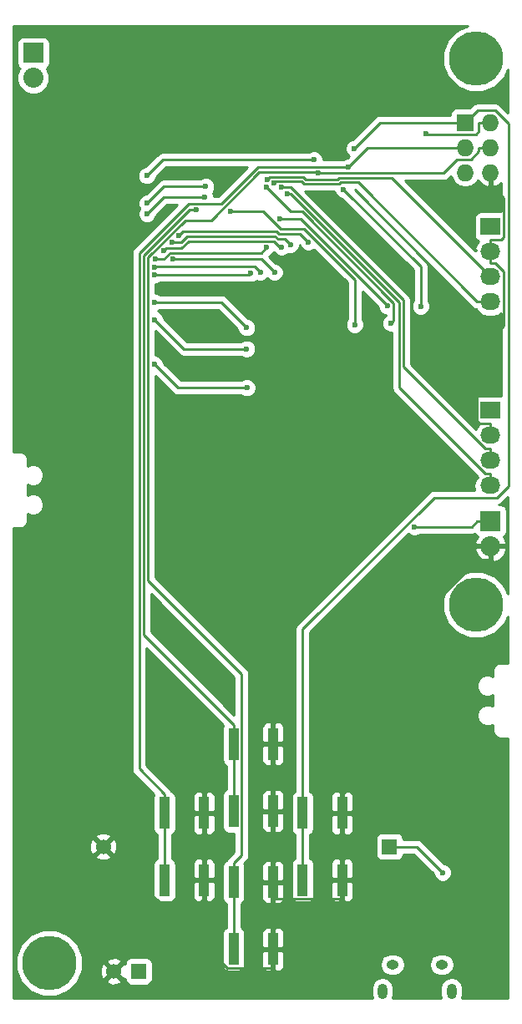
<source format=gbr>
G04 #@! TF.FileFunction,Copper,L2,Bot,Signal*
%FSLAX45Y45*%
G04 Gerber Fmt 4.5, Leading zero omitted, Abs format (unit mm)*
G04 Created by KiCad (PCBNEW 4.0.5+dfsg1-4) date Thu Jun 15 20:37:51 2017*
%MOMM*%
%LPD*%
G01*
G04 APERTURE LIST*
%ADD10C,0.100000*%
%ADD11C,2.032000*%
%ADD12R,2.032000X2.032000*%
%ADD13C,5.500000*%
%ADD14R,2.032000X1.727200*%
%ADD15O,2.032000X1.727200*%
%ADD16R,1.000000X3.200000*%
%ADD17O,2.032000X2.032000*%
%ADD18C,1.524000*%
%ADD19R,1.524000X1.524000*%
%ADD20O,1.250000X0.950000*%
%ADD21O,1.000000X1.550000*%
%ADD22R,1.727200X1.727200*%
%ADD23O,1.727200X1.727200*%
%ADD24C,0.600000*%
%ADD25C,0.250000*%
%ADD26C,0.254000*%
G04 APERTURE END LIST*
D10*
D11*
X4270000Y-4600000D03*
D12*
X4270000Y-4346000D03*
D13*
X4430000Y-13570000D03*
D14*
X8905000Y-6105000D03*
D15*
X8905000Y-6359000D03*
X8905000Y-6613000D03*
X8905000Y-6867000D03*
D14*
X8905000Y-7970000D03*
D15*
X8905000Y-8224000D03*
X8905000Y-8478000D03*
X8905000Y-8732000D03*
D13*
X8760000Y-9940000D03*
D16*
X5600000Y-12730000D03*
X5600000Y-12050000D03*
X6000000Y-12050000D03*
X6000000Y-12730000D03*
D12*
X8905000Y-9090000D03*
D17*
X8905000Y-9344000D03*
D18*
X5085000Y-13655000D03*
D19*
X5339000Y-13655000D03*
D16*
X6300000Y-13430000D03*
X6300000Y-12750000D03*
X6700000Y-12750000D03*
X6700000Y-13430000D03*
D13*
X8760000Y-4400000D03*
D20*
X7909660Y-13585146D03*
X8409660Y-13585146D03*
D21*
X7809660Y-13855146D03*
X8509660Y-13855146D03*
D18*
X4980000Y-12390000D03*
D19*
X7880000Y-12390000D03*
D22*
X8650000Y-5050000D03*
D23*
X8904000Y-5050000D03*
X8650000Y-5304000D03*
X8904000Y-5304000D03*
X8650000Y-5558000D03*
X8904000Y-5558000D03*
D16*
X6300000Y-12030000D03*
X6300000Y-11350000D03*
X6700000Y-11350000D03*
X6700000Y-12030000D03*
X7000000Y-12730000D03*
X7000000Y-12050000D03*
X7400000Y-12050000D03*
X7400000Y-12730000D03*
D24*
X8134200Y-9147280D03*
X8480000Y-7850000D03*
X7930000Y-8080000D03*
X8250000Y-8220000D03*
X5920000Y-10490000D03*
X4170000Y-5050000D03*
X4920000Y-4960000D03*
X7890000Y-11620000D03*
X7910000Y-12990000D03*
X7890000Y-11286870D03*
X8248500Y-5164710D03*
X8420000Y-12652930D03*
X5498550Y-6870000D03*
X6432860Y-7130390D03*
X5498550Y-7047580D03*
X6432230Y-7345030D03*
X5498550Y-7503050D03*
X6434860Y-7739310D03*
X5420910Y-5590000D03*
X7115000Y-5426540D03*
X5426370Y-5869600D03*
X6018770Y-5700310D03*
X5421550Y-5977750D03*
X6006590Y-5808080D03*
X5746860Y-6194320D03*
X7056240Y-6260480D03*
X5677650Y-6263530D03*
X6875000Y-6286560D03*
X5592230Y-6348950D03*
X6786420Y-6312050D03*
X5684760Y-6433630D03*
X6715000Y-6568710D03*
X5503780Y-6437390D03*
X6635000Y-6314660D03*
X5495330Y-6517430D03*
X6575360Y-6566250D03*
X5498550Y-6597470D03*
X6475000Y-6579260D03*
X7522320Y-5313620D03*
X7464430Y-5501100D03*
X7157260Y-5563630D03*
X6639760Y-5626470D03*
X6713410Y-5666020D03*
X6783590Y-5709040D03*
X6847020Y-5771600D03*
X7412060Y-5726920D03*
X8196660Y-6912550D03*
X6629980Y-5706510D03*
X7892820Y-7086360D03*
X5919650Y-5933010D03*
X7526820Y-7098580D03*
X6272810Y-5950000D03*
X6768240Y-6030000D03*
X7857660Y-6909770D03*
D25*
X8713590Y-9147280D02*
X8770870Y-9090000D01*
X8134200Y-9147280D02*
X8713590Y-9147280D01*
X8905000Y-9090000D02*
X8770870Y-9090000D01*
X8770860Y-7850000D02*
X8480000Y-7850000D01*
X8110000Y-8080000D02*
X7930000Y-8080000D01*
X8250000Y-8220000D02*
X8110000Y-8080000D01*
X4830000Y-5050000D02*
X4170000Y-5050000D01*
X4920000Y-4960000D02*
X4830000Y-5050000D01*
X7890000Y-11286870D02*
X7890000Y-11620000D01*
X7400000Y-12730000D02*
X7650000Y-12730000D01*
X7650000Y-12730000D02*
X7910000Y-12990000D01*
X6700000Y-12030000D02*
X6700000Y-12222530D01*
X6700000Y-12557470D02*
X6700000Y-12222530D01*
X6700000Y-12750000D02*
X6700000Y-12557470D01*
X6000000Y-12730000D02*
X6000000Y-12537470D01*
X6000000Y-12050000D02*
X6000000Y-12242530D01*
X6000000Y-12242530D02*
X6000000Y-12537470D01*
X6700000Y-12750000D02*
X6700000Y-12921270D01*
X6700000Y-11350000D02*
X6700000Y-12030000D01*
X8904000Y-5558000D02*
X8904000Y-5676890D01*
X8905000Y-6359000D02*
X8905000Y-6240110D01*
X6700000Y-13430000D02*
X6700000Y-13237470D01*
X6000000Y-12730000D02*
X6000000Y-12922530D01*
X4980000Y-12390000D02*
X5580000Y-12990000D01*
X5580000Y-13160000D02*
X5085000Y-13655000D01*
X5580000Y-12990000D02*
X5580000Y-13160000D01*
X6700000Y-13430000D02*
X6700000Y-13622530D01*
X6234370Y-13622530D02*
X6700000Y-13622530D01*
X5932530Y-13320690D02*
X6234370Y-13622530D01*
X5932530Y-12990000D02*
X5932530Y-13320690D01*
X5580000Y-12990000D02*
X5932530Y-12990000D01*
X5932530Y-12990000D02*
X6000000Y-12922530D01*
X8957010Y-6477890D02*
X8905000Y-6477890D01*
X9039140Y-6560020D02*
X8957010Y-6477890D01*
X9039140Y-7113780D02*
X9039140Y-6560020D01*
X8770860Y-7382060D02*
X9039140Y-7113780D01*
X8770860Y-8075000D02*
X8770860Y-7850000D01*
X8770860Y-7850000D02*
X8770860Y-7382060D01*
X8800970Y-8105110D02*
X8770860Y-8075000D01*
X8905000Y-8105110D02*
X8800970Y-8105110D01*
X8905000Y-8224000D02*
X8905000Y-8105110D01*
X8905000Y-6359000D02*
X8905000Y-6477890D01*
X9009030Y-6240110D02*
X8905000Y-6240110D01*
X9039140Y-6210000D02*
X9009030Y-6240110D01*
X9039140Y-5812030D02*
X9039140Y-6210000D01*
X8904000Y-5676890D02*
X9039140Y-5812030D01*
X7400000Y-12730000D02*
X7400000Y-12922530D01*
X6700000Y-12922530D02*
X7400000Y-12922530D01*
X6700000Y-13237470D02*
X6700000Y-12922530D01*
X6700000Y-12922530D02*
X6700000Y-12921270D01*
X7400000Y-12730000D02*
X7400000Y-12050000D01*
X7890000Y-11367470D02*
X7890000Y-11286870D01*
X7400000Y-11857470D02*
X7890000Y-11367470D01*
X7400000Y-12050000D02*
X7400000Y-11857470D01*
X7890000Y-10367380D02*
X7890000Y-11286870D01*
X8779250Y-9478130D02*
X7890000Y-10367380D01*
X8905000Y-9478130D02*
X8779250Y-9478130D01*
X8905000Y-9344000D02*
X8905000Y-9478130D01*
X8904000Y-5050000D02*
X8785110Y-5050000D01*
X8785110Y-5139170D02*
X8785110Y-5050000D01*
X8755390Y-5168890D02*
X8785110Y-5139170D01*
X8252680Y-5168890D02*
X8755390Y-5168890D01*
X8248500Y-5164710D02*
X8252680Y-5168890D01*
X8157070Y-12390000D02*
X8420000Y-12652930D01*
X7880000Y-12390000D02*
X8157070Y-12390000D01*
X6172470Y-6870000D02*
X6432860Y-7130390D01*
X5498550Y-6870000D02*
X6172470Y-6870000D01*
X5796000Y-7345030D02*
X5498550Y-7047580D01*
X6432230Y-7345030D02*
X5796000Y-7345030D01*
X5734810Y-7739310D02*
X5498550Y-7503050D01*
X6434860Y-7739310D02*
X5734810Y-7739310D01*
X5584370Y-5426540D02*
X5420910Y-5590000D01*
X7115000Y-5426540D02*
X5584370Y-5426540D01*
X5595660Y-5700310D02*
X6018770Y-5700310D01*
X5426370Y-5869600D02*
X5595660Y-5700310D01*
X5591220Y-5808080D02*
X6006590Y-5808080D01*
X5421550Y-5977750D02*
X5591220Y-5808080D01*
X6972130Y-6176370D02*
X7056240Y-6260480D01*
X6759660Y-6176370D02*
X6972130Y-6176370D01*
X6735490Y-6152200D02*
X6759660Y-6176370D01*
X5788980Y-6152200D02*
X6735490Y-6152200D01*
X5746860Y-6194320D02*
X5788980Y-6152200D01*
X6820390Y-6231950D02*
X6875000Y-6286560D01*
X6751550Y-6231950D02*
X6820390Y-6231950D01*
X6721350Y-6201750D02*
X6751550Y-6231950D01*
X5827870Y-6201750D02*
X6721350Y-6201750D01*
X5766090Y-6263530D02*
X5827870Y-6201750D01*
X5677650Y-6263530D02*
X5766090Y-6263530D01*
X6766000Y-6312050D02*
X6786420Y-6312050D01*
X6705370Y-6251420D02*
X6766000Y-6312050D01*
X5841890Y-6251420D02*
X6705370Y-6251420D01*
X5767250Y-6326060D02*
X5841890Y-6251420D01*
X5615120Y-6326060D02*
X5767250Y-6326060D01*
X5592230Y-6348950D02*
X5615120Y-6326060D01*
X6579920Y-6433630D02*
X5684760Y-6433630D01*
X6715000Y-6568710D02*
X6579920Y-6433630D01*
X6578570Y-6371090D02*
X6635000Y-6314660D01*
X5658520Y-6371090D02*
X6578570Y-6371090D01*
X5658520Y-6371100D02*
X5658520Y-6371090D01*
X5592230Y-6437390D02*
X5658520Y-6371100D01*
X5503780Y-6437390D02*
X5592230Y-6437390D01*
X5504310Y-6508450D02*
X5495330Y-6517430D01*
X6517560Y-6508450D02*
X5504310Y-6508450D01*
X6575360Y-6566250D02*
X6517560Y-6508450D01*
X6456790Y-6597470D02*
X5498550Y-6597470D01*
X6475000Y-6579260D02*
X6456790Y-6597470D01*
X7000000Y-12050000D02*
X7000000Y-12730000D01*
X8773110Y-4926890D02*
X8650000Y-5050000D01*
X8949860Y-4926890D02*
X8773110Y-4926890D01*
X9086460Y-5063490D02*
X8949860Y-4926890D01*
X9086460Y-8734550D02*
X9086460Y-5063490D01*
X8969690Y-8851320D02*
X9086460Y-8734550D01*
X8336960Y-8851320D02*
X8969690Y-8851320D01*
X7000000Y-10188280D02*
X8336960Y-8851320D01*
X7000000Y-12050000D02*
X7000000Y-10188280D01*
X7785940Y-5050000D02*
X7522320Y-5313620D01*
X8650000Y-5050000D02*
X7785940Y-5050000D01*
X5600000Y-12050000D02*
X5600000Y-12730000D01*
X8650000Y-5304000D02*
X8531110Y-5304000D01*
X5600000Y-12050000D02*
X5600000Y-11857470D01*
X7661530Y-5304000D02*
X7464430Y-5501100D01*
X8531110Y-5304000D02*
X7661530Y-5304000D01*
X6549290Y-5501100D02*
X7464430Y-5501100D01*
X6174280Y-5876110D02*
X6549290Y-5501100D01*
X5954780Y-5876110D02*
X6174280Y-5876110D01*
X5949030Y-5870360D02*
X5954780Y-5876110D01*
X5846750Y-5870360D02*
X5949030Y-5870360D01*
X5342040Y-6375070D02*
X5846750Y-5870360D01*
X5342040Y-11599510D02*
X5342040Y-6375070D01*
X5600000Y-11857470D02*
X5342040Y-11599510D01*
X6300000Y-12750000D02*
X6300000Y-13430000D01*
X6300000Y-12750000D02*
X6300000Y-12557470D01*
X8904000Y-5304000D02*
X8785110Y-5304000D01*
X8785110Y-5341160D02*
X8785110Y-5304000D01*
X8703380Y-5422890D02*
X8785110Y-5341160D01*
X8564860Y-5422890D02*
X8703380Y-5422890D01*
X8424120Y-5563630D02*
X8564860Y-5422890D01*
X7157260Y-5563630D02*
X8424120Y-5563630D01*
X7150080Y-5556450D02*
X7157260Y-5563630D01*
X6557640Y-5556450D02*
X7150080Y-5556450D01*
X6071520Y-6042570D02*
X6557640Y-5556450D01*
X5810150Y-6042570D02*
X6071520Y-6042570D01*
X5432260Y-6420460D02*
X5810150Y-6042570D01*
X5432260Y-9694000D02*
X5432260Y-6420460D01*
X6382530Y-10644270D02*
X5432260Y-9694000D01*
X6382530Y-12474940D02*
X6382530Y-10644270D01*
X6300000Y-12557470D02*
X6382530Y-12474940D01*
X6664750Y-5601480D02*
X6639760Y-5626470D01*
X7007940Y-5601480D02*
X6664750Y-5601480D01*
X7032620Y-5626160D02*
X7007940Y-5601480D01*
X7354680Y-5626160D02*
X7032620Y-5626160D01*
X7367500Y-5613340D02*
X7354680Y-5626160D01*
X7905340Y-5613340D02*
X7367500Y-5613340D01*
X8905000Y-6613000D02*
X7905340Y-5613340D01*
X8905000Y-6867000D02*
X8770870Y-6867000D01*
X6732920Y-5646510D02*
X6713410Y-5666020D01*
X6989280Y-5646510D02*
X6732920Y-5646510D01*
X7013960Y-5671190D02*
X6989280Y-5646510D01*
X7373340Y-5671190D02*
X7013960Y-5671190D01*
X7386160Y-5658370D02*
X7373340Y-5671190D01*
X7562240Y-5658370D02*
X7386160Y-5658370D01*
X8770870Y-6867000D02*
X7562240Y-5658370D01*
X8905000Y-8478000D02*
X8905000Y-8359110D01*
X6880410Y-5709040D02*
X6783590Y-5709040D01*
X8022890Y-6851520D02*
X6880410Y-5709040D01*
X8022890Y-7529010D02*
X8022890Y-6851520D01*
X8852990Y-8359110D02*
X8022890Y-7529010D01*
X8905000Y-8359110D02*
X8852990Y-8359110D01*
X8905000Y-8732000D02*
X8905000Y-8613110D01*
X6877490Y-5771600D02*
X6847020Y-5771600D01*
X7977860Y-6871970D02*
X6877490Y-5771600D01*
X7977860Y-7737980D02*
X7977860Y-6871970D01*
X8852990Y-8613110D02*
X7977860Y-7737980D01*
X8905000Y-8613110D02*
X8852990Y-8613110D01*
X8196660Y-6511520D02*
X7412060Y-5726920D01*
X8196660Y-6912550D02*
X8196660Y-6511520D01*
X6877910Y-5954440D02*
X6629980Y-5706510D01*
X6993840Y-5954440D02*
X6877910Y-5954440D01*
X7920200Y-6880800D02*
X6993840Y-5954440D01*
X7920200Y-7058980D02*
X7920200Y-6880800D01*
X7892820Y-7086360D02*
X7920200Y-7058980D01*
X6300000Y-11350000D02*
X6300000Y-12030000D01*
X6300000Y-11350000D02*
X6300000Y-11157470D01*
X5850570Y-5933010D02*
X5919650Y-5933010D01*
X5387230Y-6396350D02*
X5850570Y-5933010D01*
X5387230Y-10244700D02*
X5387230Y-6396350D01*
X6300000Y-11157470D02*
X5387230Y-10244700D01*
X6596980Y-5950000D02*
X6272810Y-5950000D01*
X6778320Y-6131340D02*
X6596980Y-5950000D01*
X7015540Y-6131340D02*
X6778320Y-6131340D01*
X7526820Y-6642620D02*
X7015540Y-6131340D01*
X7526820Y-7098580D02*
X7526820Y-6642620D01*
X6977890Y-6030000D02*
X6768240Y-6030000D01*
X7857660Y-6909770D02*
X6977890Y-6030000D01*
D26*
G36*
X8568506Y-4112866D02*
X8473201Y-4208005D01*
X8421559Y-4332373D01*
X8421441Y-4467036D01*
X8472866Y-4591494D01*
X8568005Y-4686799D01*
X8692373Y-4738441D01*
X8827036Y-4738559D01*
X8951494Y-4687134D01*
X9046799Y-4591995D01*
X9079000Y-4514447D01*
X9079000Y-4948550D01*
X9003600Y-4873150D01*
X8978944Y-4856675D01*
X8949860Y-4850890D01*
X8773110Y-4850890D01*
X8744026Y-4856675D01*
X8719370Y-4873150D01*
X8693624Y-4898896D01*
X8563640Y-4898896D01*
X8540108Y-4903324D01*
X8518496Y-4917231D01*
X8503997Y-4938451D01*
X8498896Y-4963640D01*
X8498896Y-4974000D01*
X7785940Y-4974000D01*
X7756856Y-4979785D01*
X7732200Y-4996260D01*
X7508352Y-5220108D01*
X7503803Y-5220104D01*
X7469426Y-5234308D01*
X7443101Y-5260587D01*
X7428836Y-5294940D01*
X7428804Y-5332137D01*
X7443008Y-5366514D01*
X7467251Y-5390799D01*
X7450462Y-5407588D01*
X7445913Y-5407584D01*
X7411536Y-5421788D01*
X7408218Y-5425100D01*
X7208501Y-5425100D01*
X7208516Y-5408023D01*
X7194312Y-5373646D01*
X7168033Y-5347321D01*
X7133680Y-5333056D01*
X7096483Y-5333024D01*
X7062106Y-5347228D01*
X7058788Y-5350540D01*
X5584370Y-5350540D01*
X5555286Y-5356325D01*
X5547768Y-5361349D01*
X5530630Y-5372800D01*
X5406942Y-5496488D01*
X5402393Y-5496484D01*
X5368016Y-5510688D01*
X5341691Y-5536967D01*
X5327426Y-5571320D01*
X5327394Y-5608517D01*
X5341598Y-5642894D01*
X5367877Y-5669219D01*
X5402230Y-5683484D01*
X5439427Y-5683516D01*
X5473804Y-5669312D01*
X5500129Y-5643033D01*
X5514394Y-5608680D01*
X5514398Y-5603992D01*
X5615850Y-5502540D01*
X6440370Y-5502540D01*
X6142800Y-5800110D01*
X6100097Y-5800110D01*
X6100106Y-5789563D01*
X6088892Y-5762424D01*
X6097989Y-5753343D01*
X6112254Y-5718990D01*
X6112286Y-5681793D01*
X6098082Y-5647416D01*
X6071803Y-5621091D01*
X6037450Y-5606826D01*
X6000253Y-5606794D01*
X5965876Y-5620998D01*
X5962558Y-5624310D01*
X5595660Y-5624310D01*
X5566576Y-5630095D01*
X5541920Y-5646570D01*
X5412402Y-5776088D01*
X5407853Y-5776084D01*
X5373476Y-5790288D01*
X5347151Y-5816567D01*
X5332886Y-5850920D01*
X5332854Y-5888117D01*
X5346328Y-5920727D01*
X5342331Y-5924717D01*
X5328066Y-5959070D01*
X5328034Y-5996267D01*
X5342238Y-6030644D01*
X5368517Y-6056969D01*
X5402870Y-6071234D01*
X5440067Y-6071266D01*
X5474444Y-6057062D01*
X5500769Y-6030783D01*
X5515034Y-5996430D01*
X5515038Y-5991742D01*
X5622700Y-5884080D01*
X5725550Y-5884080D01*
X5288300Y-6321330D01*
X5271825Y-6345986D01*
X5266040Y-6375070D01*
X5266040Y-11599510D01*
X5271825Y-11628594D01*
X5288300Y-11653250D01*
X5494215Y-11859165D01*
X5490357Y-11864811D01*
X5485256Y-11890000D01*
X5485256Y-12210000D01*
X5489684Y-12233532D01*
X5503591Y-12255144D01*
X5524000Y-12269089D01*
X5524000Y-12511272D01*
X5504856Y-12523591D01*
X5490357Y-12544811D01*
X5485256Y-12570000D01*
X5485256Y-12890000D01*
X5489684Y-12913532D01*
X5503591Y-12935144D01*
X5524811Y-12949643D01*
X5550000Y-12954744D01*
X5650000Y-12954744D01*
X5673532Y-12950316D01*
X5695144Y-12936409D01*
X5709643Y-12915189D01*
X5714744Y-12890000D01*
X5714744Y-12758575D01*
X5886500Y-12758575D01*
X5886500Y-12902631D01*
X5896167Y-12925970D01*
X5914030Y-12943833D01*
X5937369Y-12953500D01*
X5971425Y-12953500D01*
X5987300Y-12937625D01*
X5987300Y-12742700D01*
X6012700Y-12742700D01*
X6012700Y-12937625D01*
X6028575Y-12953500D01*
X6062631Y-12953500D01*
X6085970Y-12943833D01*
X6103833Y-12925970D01*
X6113500Y-12902631D01*
X6113500Y-12758575D01*
X6097625Y-12742700D01*
X6012700Y-12742700D01*
X5987300Y-12742700D01*
X5902375Y-12742700D01*
X5886500Y-12758575D01*
X5714744Y-12758575D01*
X5714744Y-12570000D01*
X5712367Y-12557369D01*
X5886500Y-12557369D01*
X5886500Y-12701425D01*
X5902375Y-12717300D01*
X5987300Y-12717300D01*
X5987300Y-12522375D01*
X6012700Y-12522375D01*
X6012700Y-12717300D01*
X6097625Y-12717300D01*
X6113500Y-12701425D01*
X6113500Y-12557369D01*
X6103833Y-12534030D01*
X6085970Y-12516167D01*
X6062631Y-12506500D01*
X6028575Y-12506500D01*
X6012700Y-12522375D01*
X5987300Y-12522375D01*
X5971425Y-12506500D01*
X5937369Y-12506500D01*
X5914030Y-12516167D01*
X5896167Y-12534030D01*
X5886500Y-12557369D01*
X5712367Y-12557369D01*
X5710316Y-12546468D01*
X5696409Y-12524856D01*
X5676000Y-12510911D01*
X5676000Y-12268728D01*
X5695144Y-12256409D01*
X5709643Y-12235189D01*
X5714744Y-12210000D01*
X5714744Y-12078575D01*
X5886500Y-12078575D01*
X5886500Y-12222631D01*
X5896167Y-12245970D01*
X5914030Y-12263833D01*
X5937369Y-12273500D01*
X5971425Y-12273500D01*
X5987300Y-12257625D01*
X5987300Y-12062700D01*
X6012700Y-12062700D01*
X6012700Y-12257625D01*
X6028575Y-12273500D01*
X6062631Y-12273500D01*
X6085970Y-12263833D01*
X6103833Y-12245970D01*
X6113500Y-12222631D01*
X6113500Y-12078575D01*
X6097625Y-12062700D01*
X6012700Y-12062700D01*
X5987300Y-12062700D01*
X5902375Y-12062700D01*
X5886500Y-12078575D01*
X5714744Y-12078575D01*
X5714744Y-11890000D01*
X5712367Y-11877369D01*
X5886500Y-11877369D01*
X5886500Y-12021425D01*
X5902375Y-12037300D01*
X5987300Y-12037300D01*
X5987300Y-11842375D01*
X6012700Y-11842375D01*
X6012700Y-12037300D01*
X6097625Y-12037300D01*
X6113500Y-12021425D01*
X6113500Y-11877369D01*
X6103833Y-11854030D01*
X6085970Y-11836167D01*
X6062631Y-11826500D01*
X6028575Y-11826500D01*
X6012700Y-11842375D01*
X5987300Y-11842375D01*
X5971425Y-11826500D01*
X5937369Y-11826500D01*
X5914030Y-11836167D01*
X5896167Y-11854030D01*
X5886500Y-11877369D01*
X5712367Y-11877369D01*
X5710316Y-11866468D01*
X5696409Y-11844856D01*
X5675189Y-11830357D01*
X5670414Y-11829390D01*
X5670215Y-11828386D01*
X5653740Y-11803730D01*
X5418040Y-11568030D01*
X5418040Y-10382990D01*
X6194215Y-11159165D01*
X6190357Y-11164811D01*
X6185256Y-11190000D01*
X6185256Y-11510000D01*
X6189684Y-11533532D01*
X6203591Y-11555144D01*
X6224000Y-11569089D01*
X6224000Y-11811272D01*
X6204856Y-11823591D01*
X6190357Y-11844811D01*
X6185256Y-11870000D01*
X6185256Y-12190000D01*
X6189684Y-12213532D01*
X6203591Y-12235144D01*
X6224811Y-12249643D01*
X6250000Y-12254744D01*
X6306530Y-12254744D01*
X6306530Y-12443460D01*
X6246260Y-12503730D01*
X6229785Y-12528386D01*
X6229646Y-12529086D01*
X6226468Y-12529684D01*
X6204856Y-12543591D01*
X6190357Y-12564811D01*
X6185256Y-12590000D01*
X6185256Y-12910000D01*
X6189684Y-12933532D01*
X6203591Y-12955144D01*
X6224000Y-12969089D01*
X6224000Y-13211272D01*
X6204856Y-13223591D01*
X6190357Y-13244811D01*
X6185256Y-13270000D01*
X6185256Y-13590000D01*
X6189684Y-13613532D01*
X6203591Y-13635144D01*
X6224811Y-13649643D01*
X6250000Y-13654744D01*
X6350000Y-13654744D01*
X6373532Y-13650316D01*
X6395144Y-13636409D01*
X6409643Y-13615189D01*
X6414744Y-13590000D01*
X6414744Y-13458575D01*
X6586500Y-13458575D01*
X6586500Y-13602631D01*
X6596167Y-13625970D01*
X6614030Y-13643833D01*
X6637369Y-13653500D01*
X6671425Y-13653500D01*
X6687300Y-13637625D01*
X6687300Y-13442700D01*
X6712700Y-13442700D01*
X6712700Y-13637625D01*
X6728575Y-13653500D01*
X6762631Y-13653500D01*
X6785970Y-13643833D01*
X6803833Y-13625970D01*
X6813500Y-13602631D01*
X6813500Y-13585146D01*
X7781191Y-13585146D01*
X7789641Y-13627624D01*
X7813703Y-13663635D01*
X7849714Y-13687697D01*
X7892191Y-13696146D01*
X7927128Y-13696146D01*
X7969606Y-13687697D01*
X8005617Y-13663635D01*
X8029679Y-13627624D01*
X8038128Y-13585146D01*
X8281191Y-13585146D01*
X8289641Y-13627624D01*
X8313703Y-13663635D01*
X8349714Y-13687697D01*
X8392192Y-13696146D01*
X8427129Y-13696146D01*
X8469606Y-13687697D01*
X8505617Y-13663635D01*
X8529679Y-13627624D01*
X8538129Y-13585146D01*
X8529679Y-13542668D01*
X8505617Y-13506657D01*
X8469606Y-13482595D01*
X8427129Y-13474146D01*
X8392192Y-13474146D01*
X8349714Y-13482595D01*
X8313703Y-13506657D01*
X8289641Y-13542668D01*
X8281191Y-13585146D01*
X8038128Y-13585146D01*
X8029679Y-13542668D01*
X8005617Y-13506657D01*
X7969606Y-13482595D01*
X7927128Y-13474146D01*
X7892191Y-13474146D01*
X7849714Y-13482595D01*
X7813703Y-13506657D01*
X7789641Y-13542668D01*
X7781191Y-13585146D01*
X6813500Y-13585146D01*
X6813500Y-13458575D01*
X6797625Y-13442700D01*
X6712700Y-13442700D01*
X6687300Y-13442700D01*
X6602375Y-13442700D01*
X6586500Y-13458575D01*
X6414744Y-13458575D01*
X6414744Y-13270000D01*
X6412367Y-13257369D01*
X6586500Y-13257369D01*
X6586500Y-13401425D01*
X6602375Y-13417300D01*
X6687300Y-13417300D01*
X6687300Y-13222375D01*
X6712700Y-13222375D01*
X6712700Y-13417300D01*
X6797625Y-13417300D01*
X6813500Y-13401425D01*
X6813500Y-13257369D01*
X6803833Y-13234030D01*
X6785970Y-13216167D01*
X6762631Y-13206500D01*
X6728575Y-13206500D01*
X6712700Y-13222375D01*
X6687300Y-13222375D01*
X6671425Y-13206500D01*
X6637369Y-13206500D01*
X6614030Y-13216167D01*
X6596167Y-13234030D01*
X6586500Y-13257369D01*
X6412367Y-13257369D01*
X6410316Y-13246468D01*
X6396409Y-13224856D01*
X6376000Y-13210911D01*
X6376000Y-12968728D01*
X6395144Y-12956409D01*
X6409643Y-12935189D01*
X6414744Y-12910000D01*
X6414744Y-12778575D01*
X6586500Y-12778575D01*
X6586500Y-12922631D01*
X6596167Y-12945970D01*
X6614030Y-12963833D01*
X6637369Y-12973500D01*
X6671425Y-12973500D01*
X6687300Y-12957625D01*
X6687300Y-12762700D01*
X6712700Y-12762700D01*
X6712700Y-12957625D01*
X6728575Y-12973500D01*
X6762631Y-12973500D01*
X6785970Y-12963833D01*
X6803833Y-12945970D01*
X6813500Y-12922631D01*
X6813500Y-12778575D01*
X6797625Y-12762700D01*
X6712700Y-12762700D01*
X6687300Y-12762700D01*
X6602375Y-12762700D01*
X6586500Y-12778575D01*
X6414744Y-12778575D01*
X6414744Y-12590000D01*
X6412367Y-12577369D01*
X6586500Y-12577369D01*
X6586500Y-12721425D01*
X6602375Y-12737300D01*
X6687300Y-12737300D01*
X6687300Y-12542375D01*
X6712700Y-12542375D01*
X6712700Y-12737300D01*
X6797625Y-12737300D01*
X6813500Y-12721425D01*
X6813500Y-12577369D01*
X6803833Y-12554030D01*
X6785970Y-12536167D01*
X6762631Y-12526500D01*
X6728575Y-12526500D01*
X6712700Y-12542375D01*
X6687300Y-12542375D01*
X6671425Y-12526500D01*
X6637369Y-12526500D01*
X6614030Y-12536167D01*
X6596167Y-12554030D01*
X6586500Y-12577369D01*
X6412367Y-12577369D01*
X6410316Y-12566468D01*
X6405683Y-12559268D01*
X6436270Y-12528680D01*
X6452745Y-12504024D01*
X6453705Y-12499199D01*
X6458530Y-12474940D01*
X6458530Y-12058575D01*
X6586500Y-12058575D01*
X6586500Y-12202631D01*
X6596167Y-12225970D01*
X6614030Y-12243833D01*
X6637369Y-12253500D01*
X6671425Y-12253500D01*
X6687300Y-12237625D01*
X6687300Y-12042700D01*
X6712700Y-12042700D01*
X6712700Y-12237625D01*
X6728575Y-12253500D01*
X6762631Y-12253500D01*
X6785970Y-12243833D01*
X6803833Y-12225970D01*
X6813500Y-12202631D01*
X6813500Y-12058575D01*
X6797625Y-12042700D01*
X6712700Y-12042700D01*
X6687300Y-12042700D01*
X6602375Y-12042700D01*
X6586500Y-12058575D01*
X6458530Y-12058575D01*
X6458530Y-11857369D01*
X6586500Y-11857369D01*
X6586500Y-12001425D01*
X6602375Y-12017300D01*
X6687300Y-12017300D01*
X6687300Y-11822375D01*
X6712700Y-11822375D01*
X6712700Y-12017300D01*
X6797625Y-12017300D01*
X6813500Y-12001425D01*
X6813500Y-11857369D01*
X6803833Y-11834030D01*
X6785970Y-11816167D01*
X6762631Y-11806500D01*
X6728575Y-11806500D01*
X6712700Y-11822375D01*
X6687300Y-11822375D01*
X6671425Y-11806500D01*
X6637369Y-11806500D01*
X6614030Y-11816167D01*
X6596167Y-11834030D01*
X6586500Y-11857369D01*
X6458530Y-11857369D01*
X6458530Y-11378575D01*
X6586500Y-11378575D01*
X6586500Y-11522631D01*
X6596167Y-11545970D01*
X6614030Y-11563833D01*
X6637369Y-11573500D01*
X6671425Y-11573500D01*
X6687300Y-11557625D01*
X6687300Y-11362700D01*
X6712700Y-11362700D01*
X6712700Y-11557625D01*
X6728575Y-11573500D01*
X6762631Y-11573500D01*
X6785970Y-11563833D01*
X6803833Y-11545970D01*
X6813500Y-11522631D01*
X6813500Y-11378575D01*
X6797625Y-11362700D01*
X6712700Y-11362700D01*
X6687300Y-11362700D01*
X6602375Y-11362700D01*
X6586500Y-11378575D01*
X6458530Y-11378575D01*
X6458530Y-11177369D01*
X6586500Y-11177369D01*
X6586500Y-11321425D01*
X6602375Y-11337300D01*
X6687300Y-11337300D01*
X6687300Y-11142375D01*
X6712700Y-11142375D01*
X6712700Y-11337300D01*
X6797625Y-11337300D01*
X6813500Y-11321425D01*
X6813500Y-11177369D01*
X6803833Y-11154030D01*
X6785970Y-11136167D01*
X6762631Y-11126500D01*
X6728575Y-11126500D01*
X6712700Y-11142375D01*
X6687300Y-11142375D01*
X6671425Y-11126500D01*
X6637369Y-11126500D01*
X6614030Y-11136167D01*
X6596167Y-11154030D01*
X6586500Y-11177369D01*
X6458530Y-11177369D01*
X6458530Y-10644270D01*
X6452745Y-10615186D01*
X6452745Y-10615186D01*
X6436270Y-10590530D01*
X5508260Y-9662520D01*
X5508260Y-7620240D01*
X5681070Y-7793050D01*
X5705726Y-7809525D01*
X5734810Y-7815310D01*
X6378614Y-7815310D01*
X6381827Y-7818529D01*
X6416180Y-7832794D01*
X6453377Y-7832826D01*
X6487754Y-7818622D01*
X6514079Y-7792343D01*
X6528344Y-7757990D01*
X6528376Y-7720793D01*
X6514172Y-7686416D01*
X6487893Y-7660091D01*
X6453540Y-7645826D01*
X6416343Y-7645794D01*
X6381966Y-7659998D01*
X6378648Y-7663310D01*
X5766290Y-7663310D01*
X5592062Y-7489082D01*
X5592066Y-7484533D01*
X5577862Y-7450156D01*
X5551583Y-7423831D01*
X5517230Y-7409566D01*
X5508260Y-7409558D01*
X5508260Y-7164770D01*
X5742260Y-7398770D01*
X5766916Y-7415245D01*
X5796000Y-7421030D01*
X6375984Y-7421030D01*
X6379197Y-7424249D01*
X6413550Y-7438514D01*
X6450747Y-7438546D01*
X6485124Y-7424342D01*
X6511449Y-7398063D01*
X6525714Y-7363710D01*
X6525746Y-7326513D01*
X6511542Y-7292136D01*
X6485263Y-7265811D01*
X6450910Y-7251546D01*
X6413713Y-7251514D01*
X6379336Y-7265718D01*
X6376018Y-7269030D01*
X5827480Y-7269030D01*
X5592062Y-7033612D01*
X5592066Y-7029063D01*
X5577862Y-6994686D01*
X5551583Y-6968361D01*
X5528519Y-6958784D01*
X5551444Y-6949312D01*
X5554762Y-6946000D01*
X6140990Y-6946000D01*
X6339348Y-7144358D01*
X6339344Y-7148907D01*
X6353548Y-7183284D01*
X6379827Y-7209609D01*
X6414180Y-7223874D01*
X6451377Y-7223906D01*
X6485754Y-7209702D01*
X6512079Y-7183423D01*
X6526344Y-7149070D01*
X6526376Y-7111873D01*
X6512172Y-7077496D01*
X6485893Y-7051171D01*
X6451540Y-7036906D01*
X6446852Y-7036902D01*
X6226210Y-6816260D01*
X6201554Y-6799785D01*
X6172470Y-6794000D01*
X5554796Y-6794000D01*
X5551583Y-6790781D01*
X5517230Y-6776516D01*
X5508260Y-6776508D01*
X5508260Y-6690978D01*
X5517067Y-6690986D01*
X5551444Y-6676782D01*
X5554762Y-6673470D01*
X6456790Y-6673470D01*
X6460423Y-6672747D01*
X6493517Y-6672776D01*
X6527894Y-6658572D01*
X6535528Y-6650951D01*
X6556680Y-6659734D01*
X6593877Y-6659766D01*
X6628254Y-6645562D01*
X6643956Y-6629887D01*
X6661967Y-6647929D01*
X6696320Y-6662194D01*
X6733517Y-6662226D01*
X6767894Y-6648022D01*
X6794219Y-6621743D01*
X6808484Y-6587390D01*
X6808516Y-6550193D01*
X6794312Y-6515816D01*
X6768033Y-6489491D01*
X6733680Y-6475226D01*
X6728992Y-6475222D01*
X6659482Y-6405711D01*
X6687894Y-6393972D01*
X6712032Y-6369876D01*
X6733387Y-6391269D01*
X6767740Y-6405534D01*
X6804937Y-6405566D01*
X6839314Y-6391362D01*
X6852317Y-6378382D01*
X6856320Y-6380044D01*
X6893517Y-6380076D01*
X6927894Y-6365872D01*
X6954219Y-6339593D01*
X6968484Y-6305240D01*
X6968494Y-6292963D01*
X6976928Y-6313374D01*
X7003207Y-6339699D01*
X7037560Y-6353964D01*
X7074757Y-6353996D01*
X7109134Y-6339792D01*
X7112826Y-6336106D01*
X7450820Y-6674100D01*
X7450820Y-7042334D01*
X7447601Y-7045547D01*
X7433336Y-7079900D01*
X7433304Y-7117097D01*
X7447508Y-7151474D01*
X7473787Y-7177799D01*
X7508140Y-7192064D01*
X7545337Y-7192096D01*
X7579714Y-7177892D01*
X7606039Y-7151613D01*
X7620304Y-7117260D01*
X7620336Y-7080063D01*
X7606132Y-7045686D01*
X7602820Y-7042368D01*
X7602820Y-6762410D01*
X7764148Y-6923738D01*
X7764144Y-6928287D01*
X7778348Y-6962664D01*
X7804627Y-6988989D01*
X7838980Y-7003254D01*
X7844200Y-7003258D01*
X7844200Y-7005282D01*
X7839926Y-7007048D01*
X7813601Y-7033327D01*
X7799336Y-7067680D01*
X7799304Y-7104877D01*
X7813508Y-7139254D01*
X7839787Y-7165579D01*
X7874140Y-7179844D01*
X7901860Y-7179868D01*
X7901860Y-7737980D01*
X7907645Y-7767064D01*
X7924120Y-7791720D01*
X8771696Y-8639296D01*
X8748073Y-8674651D01*
X8736666Y-8732000D01*
X8745282Y-8775320D01*
X8336960Y-8775320D01*
X8307876Y-8781105D01*
X8283220Y-8797580D01*
X6946260Y-10134540D01*
X6929785Y-10159196D01*
X6924000Y-10188280D01*
X6924000Y-11831272D01*
X6904856Y-11843591D01*
X6890357Y-11864811D01*
X6885256Y-11890000D01*
X6885256Y-12210000D01*
X6889684Y-12233532D01*
X6903591Y-12255144D01*
X6924000Y-12269089D01*
X6924000Y-12511272D01*
X6904856Y-12523591D01*
X6890357Y-12544811D01*
X6885256Y-12570000D01*
X6885256Y-12890000D01*
X6889684Y-12913532D01*
X6903591Y-12935144D01*
X6924811Y-12949643D01*
X6950000Y-12954744D01*
X7050000Y-12954744D01*
X7073532Y-12950316D01*
X7095144Y-12936409D01*
X7109643Y-12915189D01*
X7114744Y-12890000D01*
X7114744Y-12758575D01*
X7286500Y-12758575D01*
X7286500Y-12902631D01*
X7296167Y-12925970D01*
X7314030Y-12943833D01*
X7337369Y-12953500D01*
X7371425Y-12953500D01*
X7387300Y-12937625D01*
X7387300Y-12742700D01*
X7412700Y-12742700D01*
X7412700Y-12937625D01*
X7428575Y-12953500D01*
X7462631Y-12953500D01*
X7485970Y-12943833D01*
X7503833Y-12925970D01*
X7513500Y-12902631D01*
X7513500Y-12758575D01*
X7497625Y-12742700D01*
X7412700Y-12742700D01*
X7387300Y-12742700D01*
X7302375Y-12742700D01*
X7286500Y-12758575D01*
X7114744Y-12758575D01*
X7114744Y-12570000D01*
X7112367Y-12557369D01*
X7286500Y-12557369D01*
X7286500Y-12701425D01*
X7302375Y-12717300D01*
X7387300Y-12717300D01*
X7387300Y-12522375D01*
X7412700Y-12522375D01*
X7412700Y-12717300D01*
X7497625Y-12717300D01*
X7513500Y-12701425D01*
X7513500Y-12557369D01*
X7503833Y-12534030D01*
X7485970Y-12516167D01*
X7462631Y-12506500D01*
X7428575Y-12506500D01*
X7412700Y-12522375D01*
X7387300Y-12522375D01*
X7371425Y-12506500D01*
X7337369Y-12506500D01*
X7314030Y-12516167D01*
X7296167Y-12534030D01*
X7286500Y-12557369D01*
X7112367Y-12557369D01*
X7110316Y-12546468D01*
X7096409Y-12524856D01*
X7076000Y-12510911D01*
X7076000Y-12313800D01*
X7739056Y-12313800D01*
X7739056Y-12466200D01*
X7743484Y-12489732D01*
X7757391Y-12511344D01*
X7778611Y-12525843D01*
X7803800Y-12530944D01*
X7956200Y-12530944D01*
X7979732Y-12526516D01*
X8001344Y-12512609D01*
X8015843Y-12491389D01*
X8020944Y-12466200D01*
X8020944Y-12466000D01*
X8125590Y-12466000D01*
X8326488Y-12666898D01*
X8326484Y-12671447D01*
X8340688Y-12705824D01*
X8366967Y-12732149D01*
X8401320Y-12746414D01*
X8438517Y-12746446D01*
X8472894Y-12732242D01*
X8499219Y-12705963D01*
X8513484Y-12671610D01*
X8513516Y-12634413D01*
X8499312Y-12600036D01*
X8473033Y-12573711D01*
X8438680Y-12559446D01*
X8433992Y-12559442D01*
X8210810Y-12336260D01*
X8186154Y-12319785D01*
X8157070Y-12314000D01*
X8020944Y-12314000D01*
X8020944Y-12313800D01*
X8016516Y-12290268D01*
X8002609Y-12268656D01*
X7981389Y-12254157D01*
X7956200Y-12249056D01*
X7803800Y-12249056D01*
X7780268Y-12253484D01*
X7758656Y-12267391D01*
X7744157Y-12288611D01*
X7739056Y-12313800D01*
X7076000Y-12313800D01*
X7076000Y-12268728D01*
X7095144Y-12256409D01*
X7109643Y-12235189D01*
X7114744Y-12210000D01*
X7114744Y-12078575D01*
X7286500Y-12078575D01*
X7286500Y-12222631D01*
X7296167Y-12245970D01*
X7314030Y-12263833D01*
X7337369Y-12273500D01*
X7371425Y-12273500D01*
X7387300Y-12257625D01*
X7387300Y-12062700D01*
X7412700Y-12062700D01*
X7412700Y-12257625D01*
X7428575Y-12273500D01*
X7462631Y-12273500D01*
X7485970Y-12263833D01*
X7503833Y-12245970D01*
X7513500Y-12222631D01*
X7513500Y-12078575D01*
X7497625Y-12062700D01*
X7412700Y-12062700D01*
X7387300Y-12062700D01*
X7302375Y-12062700D01*
X7286500Y-12078575D01*
X7114744Y-12078575D01*
X7114744Y-11890000D01*
X7112367Y-11877369D01*
X7286500Y-11877369D01*
X7286500Y-12021425D01*
X7302375Y-12037300D01*
X7387300Y-12037300D01*
X7387300Y-11842375D01*
X7412700Y-11842375D01*
X7412700Y-12037300D01*
X7497625Y-12037300D01*
X7513500Y-12021425D01*
X7513500Y-11877369D01*
X7503833Y-11854030D01*
X7485970Y-11836167D01*
X7462631Y-11826500D01*
X7428575Y-11826500D01*
X7412700Y-11842375D01*
X7387300Y-11842375D01*
X7371425Y-11826500D01*
X7337369Y-11826500D01*
X7314030Y-11836167D01*
X7296167Y-11854030D01*
X7286500Y-11877369D01*
X7112367Y-11877369D01*
X7110316Y-11866468D01*
X7096409Y-11844856D01*
X7076000Y-11830911D01*
X7076000Y-10219760D01*
X7913466Y-9382294D01*
X8744403Y-9382294D01*
X8764362Y-9430482D01*
X8808162Y-9477719D01*
X8866705Y-9504598D01*
X8892300Y-9492737D01*
X8892300Y-9356700D01*
X8917700Y-9356700D01*
X8917700Y-9492737D01*
X8943295Y-9504598D01*
X9001838Y-9477719D01*
X9045639Y-9430482D01*
X9065598Y-9382294D01*
X9053684Y-9356700D01*
X8917700Y-9356700D01*
X8892300Y-9356700D01*
X8756316Y-9356700D01*
X8744403Y-9382294D01*
X7913466Y-9382294D01*
X8075219Y-9220541D01*
X8081167Y-9226499D01*
X8115520Y-9240764D01*
X8152717Y-9240796D01*
X8187094Y-9226592D01*
X8190412Y-9223280D01*
X8713590Y-9223280D01*
X8742674Y-9217495D01*
X8744024Y-9216593D01*
X8756991Y-9236744D01*
X8773295Y-9247884D01*
X8764362Y-9257518D01*
X8744403Y-9305706D01*
X8756316Y-9331300D01*
X8892300Y-9331300D01*
X8892300Y-9329300D01*
X8917700Y-9329300D01*
X8917700Y-9331300D01*
X9053684Y-9331300D01*
X9065598Y-9305706D01*
X9045639Y-9257518D01*
X9036590Y-9247760D01*
X9051744Y-9238009D01*
X9066243Y-9216789D01*
X9071344Y-9191600D01*
X9071344Y-8988400D01*
X9066916Y-8964868D01*
X9053009Y-8943256D01*
X9031789Y-8928757D01*
X9006600Y-8923656D01*
X8988110Y-8923656D01*
X8998774Y-8921535D01*
X9023430Y-8905060D01*
X9079000Y-8849490D01*
X9079000Y-9825628D01*
X9047134Y-9748506D01*
X8951995Y-9653201D01*
X8827627Y-9601559D01*
X8692964Y-9601441D01*
X8568506Y-9652866D01*
X8473201Y-9748005D01*
X8421559Y-9872373D01*
X8421441Y-10007036D01*
X8472866Y-10131494D01*
X8568005Y-10226799D01*
X8692373Y-10278441D01*
X8827036Y-10278559D01*
X8951494Y-10227134D01*
X9046799Y-10131995D01*
X9079000Y-10054447D01*
X9079000Y-10529000D01*
X9000000Y-10529000D01*
X8972830Y-10534405D01*
X8949795Y-10549795D01*
X8934405Y-10572830D01*
X8929000Y-10600000D01*
X8929000Y-10665979D01*
X8894177Y-10651519D01*
X8851013Y-10651481D01*
X8811120Y-10667965D01*
X8780572Y-10698460D01*
X8764019Y-10738323D01*
X8763981Y-10781487D01*
X8780465Y-10821380D01*
X8810960Y-10851928D01*
X8850823Y-10868481D01*
X8893987Y-10868519D01*
X8929000Y-10854052D01*
X8929000Y-10965979D01*
X8894177Y-10951519D01*
X8851013Y-10951481D01*
X8811120Y-10967965D01*
X8780572Y-10998460D01*
X8764019Y-11038323D01*
X8763981Y-11081487D01*
X8780465Y-11121380D01*
X8810960Y-11151928D01*
X8850823Y-11168481D01*
X8893987Y-11168519D01*
X8929000Y-11154052D01*
X8929000Y-11220000D01*
X8934405Y-11247170D01*
X8949795Y-11270205D01*
X8972830Y-11285595D01*
X9000000Y-11291000D01*
X9079000Y-11291000D01*
X9079000Y-13929000D01*
X8614415Y-13929000D01*
X8614520Y-13928843D01*
X8623160Y-13885408D01*
X8623160Y-13824884D01*
X8614520Y-13781449D01*
X8589917Y-13744627D01*
X8553095Y-13720023D01*
X8509660Y-13711384D01*
X8466225Y-13720023D01*
X8429403Y-13744627D01*
X8404800Y-13781449D01*
X8396160Y-13824884D01*
X8396160Y-13885408D01*
X8404800Y-13928843D01*
X8404905Y-13929000D01*
X7914415Y-13929000D01*
X7914520Y-13928843D01*
X7923160Y-13885408D01*
X7923160Y-13824884D01*
X7914520Y-13781449D01*
X7889917Y-13744627D01*
X7853095Y-13720023D01*
X7809660Y-13711384D01*
X7766225Y-13720023D01*
X7729403Y-13744627D01*
X7704800Y-13781449D01*
X7696160Y-13824884D01*
X7696160Y-13885408D01*
X7704800Y-13928843D01*
X7704905Y-13929000D01*
X4071000Y-13929000D01*
X4071000Y-13637036D01*
X4091441Y-13637036D01*
X4142866Y-13761494D01*
X4238005Y-13856799D01*
X4362373Y-13908441D01*
X4497036Y-13908559D01*
X4621494Y-13857134D01*
X4716799Y-13761995D01*
X4720525Y-13753021D01*
X5004939Y-13753021D01*
X5011886Y-13777240D01*
X5064230Y-13795914D01*
X5119737Y-13793136D01*
X5158114Y-13777240D01*
X5165061Y-13753021D01*
X5085000Y-13672960D01*
X5004939Y-13753021D01*
X4720525Y-13753021D01*
X4768441Y-13637627D01*
X4768444Y-13634230D01*
X4944086Y-13634230D01*
X4946864Y-13689737D01*
X4962760Y-13728114D01*
X4986979Y-13735061D01*
X5067040Y-13655000D01*
X5102961Y-13655000D01*
X5183021Y-13735061D01*
X5198056Y-13730748D01*
X5198056Y-13731200D01*
X5202484Y-13754732D01*
X5216391Y-13776344D01*
X5237611Y-13790843D01*
X5262800Y-13795944D01*
X5415200Y-13795944D01*
X5438732Y-13791516D01*
X5460344Y-13777609D01*
X5474843Y-13756389D01*
X5479944Y-13731200D01*
X5479944Y-13578800D01*
X5475516Y-13555268D01*
X5461609Y-13533656D01*
X5440389Y-13519157D01*
X5415200Y-13514056D01*
X5262800Y-13514056D01*
X5239268Y-13518484D01*
X5217656Y-13532391D01*
X5203157Y-13553611D01*
X5198056Y-13578800D01*
X5198056Y-13579252D01*
X5183021Y-13574939D01*
X5102961Y-13655000D01*
X5067040Y-13655000D01*
X4986979Y-13574939D01*
X4962760Y-13581886D01*
X4944086Y-13634230D01*
X4768444Y-13634230D01*
X4768511Y-13556979D01*
X5004939Y-13556979D01*
X5085000Y-13637039D01*
X5165061Y-13556979D01*
X5158114Y-13532760D01*
X5105770Y-13514086D01*
X5050263Y-13516864D01*
X5011886Y-13532760D01*
X5004939Y-13556979D01*
X4768511Y-13556979D01*
X4768559Y-13502964D01*
X4717134Y-13378506D01*
X4621995Y-13283201D01*
X4497627Y-13231559D01*
X4362964Y-13231441D01*
X4238506Y-13282866D01*
X4143201Y-13378005D01*
X4091559Y-13502373D01*
X4091441Y-13637036D01*
X4071000Y-13637036D01*
X4071000Y-12488021D01*
X4899939Y-12488021D01*
X4906886Y-12512240D01*
X4959230Y-12530914D01*
X5014737Y-12528136D01*
X5053114Y-12512240D01*
X5060061Y-12488021D01*
X4980000Y-12407960D01*
X4899939Y-12488021D01*
X4071000Y-12488021D01*
X4071000Y-12369230D01*
X4839086Y-12369230D01*
X4841864Y-12424737D01*
X4857760Y-12463114D01*
X4881979Y-12470061D01*
X4962040Y-12390000D01*
X4997961Y-12390000D01*
X5078021Y-12470061D01*
X5102240Y-12463114D01*
X5120914Y-12410770D01*
X5118136Y-12355263D01*
X5102240Y-12316886D01*
X5078021Y-12309939D01*
X4997961Y-12390000D01*
X4962040Y-12390000D01*
X4881979Y-12309939D01*
X4857760Y-12316886D01*
X4839086Y-12369230D01*
X4071000Y-12369230D01*
X4071000Y-12291979D01*
X4899939Y-12291979D01*
X4980000Y-12372039D01*
X5060061Y-12291979D01*
X5053114Y-12267760D01*
X5000770Y-12249086D01*
X4945263Y-12251864D01*
X4906886Y-12267760D01*
X4899939Y-12291979D01*
X4071000Y-12291979D01*
X4071000Y-9161000D01*
X4140000Y-9161000D01*
X4167170Y-9155595D01*
X4190205Y-9140205D01*
X4205595Y-9117171D01*
X4211000Y-9090000D01*
X4211000Y-9019021D01*
X4245823Y-9033481D01*
X4288987Y-9033519D01*
X4328880Y-9017035D01*
X4359428Y-8986541D01*
X4375981Y-8946677D01*
X4376019Y-8903513D01*
X4359535Y-8863620D01*
X4329041Y-8833072D01*
X4289177Y-8816519D01*
X4246013Y-8816481D01*
X4211000Y-8830948D01*
X4211000Y-8719021D01*
X4245823Y-8733481D01*
X4288987Y-8733519D01*
X4328880Y-8717035D01*
X4359428Y-8686541D01*
X4375981Y-8646677D01*
X4376019Y-8603513D01*
X4359535Y-8563620D01*
X4329041Y-8533072D01*
X4289177Y-8516519D01*
X4246013Y-8516481D01*
X4211000Y-8530948D01*
X4211000Y-8460000D01*
X4205595Y-8432830D01*
X4190205Y-8409795D01*
X4167170Y-8394405D01*
X4140000Y-8389000D01*
X4071000Y-8389000D01*
X4071000Y-4244400D01*
X4103656Y-4244400D01*
X4103656Y-4447600D01*
X4108084Y-4471132D01*
X4121991Y-4492744D01*
X4134910Y-4501571D01*
X4130117Y-4506356D01*
X4104929Y-4567016D01*
X4104871Y-4632696D01*
X4129953Y-4693400D01*
X4176356Y-4739883D01*
X4237016Y-4765071D01*
X4302696Y-4765129D01*
X4363400Y-4740047D01*
X4409883Y-4693644D01*
X4435071Y-4632985D01*
X4435129Y-4567304D01*
X4410047Y-4506601D01*
X4405013Y-4501558D01*
X4416744Y-4494009D01*
X4431243Y-4472789D01*
X4436344Y-4447600D01*
X4436344Y-4244400D01*
X4431916Y-4220868D01*
X4418009Y-4199256D01*
X4396789Y-4184757D01*
X4371600Y-4179656D01*
X4168400Y-4179656D01*
X4144868Y-4184084D01*
X4123256Y-4197991D01*
X4108757Y-4219211D01*
X4103656Y-4244400D01*
X4071000Y-4244400D01*
X4071000Y-4071000D01*
X8669830Y-4071000D01*
X8568506Y-4112866D01*
X8568506Y-4112866D01*
G37*
X8568506Y-4112866D02*
X8473201Y-4208005D01*
X8421559Y-4332373D01*
X8421441Y-4467036D01*
X8472866Y-4591494D01*
X8568005Y-4686799D01*
X8692373Y-4738441D01*
X8827036Y-4738559D01*
X8951494Y-4687134D01*
X9046799Y-4591995D01*
X9079000Y-4514447D01*
X9079000Y-4948550D01*
X9003600Y-4873150D01*
X8978944Y-4856675D01*
X8949860Y-4850890D01*
X8773110Y-4850890D01*
X8744026Y-4856675D01*
X8719370Y-4873150D01*
X8693624Y-4898896D01*
X8563640Y-4898896D01*
X8540108Y-4903324D01*
X8518496Y-4917231D01*
X8503997Y-4938451D01*
X8498896Y-4963640D01*
X8498896Y-4974000D01*
X7785940Y-4974000D01*
X7756856Y-4979785D01*
X7732200Y-4996260D01*
X7508352Y-5220108D01*
X7503803Y-5220104D01*
X7469426Y-5234308D01*
X7443101Y-5260587D01*
X7428836Y-5294940D01*
X7428804Y-5332137D01*
X7443008Y-5366514D01*
X7467251Y-5390799D01*
X7450462Y-5407588D01*
X7445913Y-5407584D01*
X7411536Y-5421788D01*
X7408218Y-5425100D01*
X7208501Y-5425100D01*
X7208516Y-5408023D01*
X7194312Y-5373646D01*
X7168033Y-5347321D01*
X7133680Y-5333056D01*
X7096483Y-5333024D01*
X7062106Y-5347228D01*
X7058788Y-5350540D01*
X5584370Y-5350540D01*
X5555286Y-5356325D01*
X5547768Y-5361349D01*
X5530630Y-5372800D01*
X5406942Y-5496488D01*
X5402393Y-5496484D01*
X5368016Y-5510688D01*
X5341691Y-5536967D01*
X5327426Y-5571320D01*
X5327394Y-5608517D01*
X5341598Y-5642894D01*
X5367877Y-5669219D01*
X5402230Y-5683484D01*
X5439427Y-5683516D01*
X5473804Y-5669312D01*
X5500129Y-5643033D01*
X5514394Y-5608680D01*
X5514398Y-5603992D01*
X5615850Y-5502540D01*
X6440370Y-5502540D01*
X6142800Y-5800110D01*
X6100097Y-5800110D01*
X6100106Y-5789563D01*
X6088892Y-5762424D01*
X6097989Y-5753343D01*
X6112254Y-5718990D01*
X6112286Y-5681793D01*
X6098082Y-5647416D01*
X6071803Y-5621091D01*
X6037450Y-5606826D01*
X6000253Y-5606794D01*
X5965876Y-5620998D01*
X5962558Y-5624310D01*
X5595660Y-5624310D01*
X5566576Y-5630095D01*
X5541920Y-5646570D01*
X5412402Y-5776088D01*
X5407853Y-5776084D01*
X5373476Y-5790288D01*
X5347151Y-5816567D01*
X5332886Y-5850920D01*
X5332854Y-5888117D01*
X5346328Y-5920727D01*
X5342331Y-5924717D01*
X5328066Y-5959070D01*
X5328034Y-5996267D01*
X5342238Y-6030644D01*
X5368517Y-6056969D01*
X5402870Y-6071234D01*
X5440067Y-6071266D01*
X5474444Y-6057062D01*
X5500769Y-6030783D01*
X5515034Y-5996430D01*
X5515038Y-5991742D01*
X5622700Y-5884080D01*
X5725550Y-5884080D01*
X5288300Y-6321330D01*
X5271825Y-6345986D01*
X5266040Y-6375070D01*
X5266040Y-11599510D01*
X5271825Y-11628594D01*
X5288300Y-11653250D01*
X5494215Y-11859165D01*
X5490357Y-11864811D01*
X5485256Y-11890000D01*
X5485256Y-12210000D01*
X5489684Y-12233532D01*
X5503591Y-12255144D01*
X5524000Y-12269089D01*
X5524000Y-12511272D01*
X5504856Y-12523591D01*
X5490357Y-12544811D01*
X5485256Y-12570000D01*
X5485256Y-12890000D01*
X5489684Y-12913532D01*
X5503591Y-12935144D01*
X5524811Y-12949643D01*
X5550000Y-12954744D01*
X5650000Y-12954744D01*
X5673532Y-12950316D01*
X5695144Y-12936409D01*
X5709643Y-12915189D01*
X5714744Y-12890000D01*
X5714744Y-12758575D01*
X5886500Y-12758575D01*
X5886500Y-12902631D01*
X5896167Y-12925970D01*
X5914030Y-12943833D01*
X5937369Y-12953500D01*
X5971425Y-12953500D01*
X5987300Y-12937625D01*
X5987300Y-12742700D01*
X6012700Y-12742700D01*
X6012700Y-12937625D01*
X6028575Y-12953500D01*
X6062631Y-12953500D01*
X6085970Y-12943833D01*
X6103833Y-12925970D01*
X6113500Y-12902631D01*
X6113500Y-12758575D01*
X6097625Y-12742700D01*
X6012700Y-12742700D01*
X5987300Y-12742700D01*
X5902375Y-12742700D01*
X5886500Y-12758575D01*
X5714744Y-12758575D01*
X5714744Y-12570000D01*
X5712367Y-12557369D01*
X5886500Y-12557369D01*
X5886500Y-12701425D01*
X5902375Y-12717300D01*
X5987300Y-12717300D01*
X5987300Y-12522375D01*
X6012700Y-12522375D01*
X6012700Y-12717300D01*
X6097625Y-12717300D01*
X6113500Y-12701425D01*
X6113500Y-12557369D01*
X6103833Y-12534030D01*
X6085970Y-12516167D01*
X6062631Y-12506500D01*
X6028575Y-12506500D01*
X6012700Y-12522375D01*
X5987300Y-12522375D01*
X5971425Y-12506500D01*
X5937369Y-12506500D01*
X5914030Y-12516167D01*
X5896167Y-12534030D01*
X5886500Y-12557369D01*
X5712367Y-12557369D01*
X5710316Y-12546468D01*
X5696409Y-12524856D01*
X5676000Y-12510911D01*
X5676000Y-12268728D01*
X5695144Y-12256409D01*
X5709643Y-12235189D01*
X5714744Y-12210000D01*
X5714744Y-12078575D01*
X5886500Y-12078575D01*
X5886500Y-12222631D01*
X5896167Y-12245970D01*
X5914030Y-12263833D01*
X5937369Y-12273500D01*
X5971425Y-12273500D01*
X5987300Y-12257625D01*
X5987300Y-12062700D01*
X6012700Y-12062700D01*
X6012700Y-12257625D01*
X6028575Y-12273500D01*
X6062631Y-12273500D01*
X6085970Y-12263833D01*
X6103833Y-12245970D01*
X6113500Y-12222631D01*
X6113500Y-12078575D01*
X6097625Y-12062700D01*
X6012700Y-12062700D01*
X5987300Y-12062700D01*
X5902375Y-12062700D01*
X5886500Y-12078575D01*
X5714744Y-12078575D01*
X5714744Y-11890000D01*
X5712367Y-11877369D01*
X5886500Y-11877369D01*
X5886500Y-12021425D01*
X5902375Y-12037300D01*
X5987300Y-12037300D01*
X5987300Y-11842375D01*
X6012700Y-11842375D01*
X6012700Y-12037300D01*
X6097625Y-12037300D01*
X6113500Y-12021425D01*
X6113500Y-11877369D01*
X6103833Y-11854030D01*
X6085970Y-11836167D01*
X6062631Y-11826500D01*
X6028575Y-11826500D01*
X6012700Y-11842375D01*
X5987300Y-11842375D01*
X5971425Y-11826500D01*
X5937369Y-11826500D01*
X5914030Y-11836167D01*
X5896167Y-11854030D01*
X5886500Y-11877369D01*
X5712367Y-11877369D01*
X5710316Y-11866468D01*
X5696409Y-11844856D01*
X5675189Y-11830357D01*
X5670414Y-11829390D01*
X5670215Y-11828386D01*
X5653740Y-11803730D01*
X5418040Y-11568030D01*
X5418040Y-10382990D01*
X6194215Y-11159165D01*
X6190357Y-11164811D01*
X6185256Y-11190000D01*
X6185256Y-11510000D01*
X6189684Y-11533532D01*
X6203591Y-11555144D01*
X6224000Y-11569089D01*
X6224000Y-11811272D01*
X6204856Y-11823591D01*
X6190357Y-11844811D01*
X6185256Y-11870000D01*
X6185256Y-12190000D01*
X6189684Y-12213532D01*
X6203591Y-12235144D01*
X6224811Y-12249643D01*
X6250000Y-12254744D01*
X6306530Y-12254744D01*
X6306530Y-12443460D01*
X6246260Y-12503730D01*
X6229785Y-12528386D01*
X6229646Y-12529086D01*
X6226468Y-12529684D01*
X6204856Y-12543591D01*
X6190357Y-12564811D01*
X6185256Y-12590000D01*
X6185256Y-12910000D01*
X6189684Y-12933532D01*
X6203591Y-12955144D01*
X6224000Y-12969089D01*
X6224000Y-13211272D01*
X6204856Y-13223591D01*
X6190357Y-13244811D01*
X6185256Y-13270000D01*
X6185256Y-13590000D01*
X6189684Y-13613532D01*
X6203591Y-13635144D01*
X6224811Y-13649643D01*
X6250000Y-13654744D01*
X6350000Y-13654744D01*
X6373532Y-13650316D01*
X6395144Y-13636409D01*
X6409643Y-13615189D01*
X6414744Y-13590000D01*
X6414744Y-13458575D01*
X6586500Y-13458575D01*
X6586500Y-13602631D01*
X6596167Y-13625970D01*
X6614030Y-13643833D01*
X6637369Y-13653500D01*
X6671425Y-13653500D01*
X6687300Y-13637625D01*
X6687300Y-13442700D01*
X6712700Y-13442700D01*
X6712700Y-13637625D01*
X6728575Y-13653500D01*
X6762631Y-13653500D01*
X6785970Y-13643833D01*
X6803833Y-13625970D01*
X6813500Y-13602631D01*
X6813500Y-13585146D01*
X7781191Y-13585146D01*
X7789641Y-13627624D01*
X7813703Y-13663635D01*
X7849714Y-13687697D01*
X7892191Y-13696146D01*
X7927128Y-13696146D01*
X7969606Y-13687697D01*
X8005617Y-13663635D01*
X8029679Y-13627624D01*
X8038128Y-13585146D01*
X8281191Y-13585146D01*
X8289641Y-13627624D01*
X8313703Y-13663635D01*
X8349714Y-13687697D01*
X8392192Y-13696146D01*
X8427129Y-13696146D01*
X8469606Y-13687697D01*
X8505617Y-13663635D01*
X8529679Y-13627624D01*
X8538129Y-13585146D01*
X8529679Y-13542668D01*
X8505617Y-13506657D01*
X8469606Y-13482595D01*
X8427129Y-13474146D01*
X8392192Y-13474146D01*
X8349714Y-13482595D01*
X8313703Y-13506657D01*
X8289641Y-13542668D01*
X8281191Y-13585146D01*
X8038128Y-13585146D01*
X8029679Y-13542668D01*
X8005617Y-13506657D01*
X7969606Y-13482595D01*
X7927128Y-13474146D01*
X7892191Y-13474146D01*
X7849714Y-13482595D01*
X7813703Y-13506657D01*
X7789641Y-13542668D01*
X7781191Y-13585146D01*
X6813500Y-13585146D01*
X6813500Y-13458575D01*
X6797625Y-13442700D01*
X6712700Y-13442700D01*
X6687300Y-13442700D01*
X6602375Y-13442700D01*
X6586500Y-13458575D01*
X6414744Y-13458575D01*
X6414744Y-13270000D01*
X6412367Y-13257369D01*
X6586500Y-13257369D01*
X6586500Y-13401425D01*
X6602375Y-13417300D01*
X6687300Y-13417300D01*
X6687300Y-13222375D01*
X6712700Y-13222375D01*
X6712700Y-13417300D01*
X6797625Y-13417300D01*
X6813500Y-13401425D01*
X6813500Y-13257369D01*
X6803833Y-13234030D01*
X6785970Y-13216167D01*
X6762631Y-13206500D01*
X6728575Y-13206500D01*
X6712700Y-13222375D01*
X6687300Y-13222375D01*
X6671425Y-13206500D01*
X6637369Y-13206500D01*
X6614030Y-13216167D01*
X6596167Y-13234030D01*
X6586500Y-13257369D01*
X6412367Y-13257369D01*
X6410316Y-13246468D01*
X6396409Y-13224856D01*
X6376000Y-13210911D01*
X6376000Y-12968728D01*
X6395144Y-12956409D01*
X6409643Y-12935189D01*
X6414744Y-12910000D01*
X6414744Y-12778575D01*
X6586500Y-12778575D01*
X6586500Y-12922631D01*
X6596167Y-12945970D01*
X6614030Y-12963833D01*
X6637369Y-12973500D01*
X6671425Y-12973500D01*
X6687300Y-12957625D01*
X6687300Y-12762700D01*
X6712700Y-12762700D01*
X6712700Y-12957625D01*
X6728575Y-12973500D01*
X6762631Y-12973500D01*
X6785970Y-12963833D01*
X6803833Y-12945970D01*
X6813500Y-12922631D01*
X6813500Y-12778575D01*
X6797625Y-12762700D01*
X6712700Y-12762700D01*
X6687300Y-12762700D01*
X6602375Y-12762700D01*
X6586500Y-12778575D01*
X6414744Y-12778575D01*
X6414744Y-12590000D01*
X6412367Y-12577369D01*
X6586500Y-12577369D01*
X6586500Y-12721425D01*
X6602375Y-12737300D01*
X6687300Y-12737300D01*
X6687300Y-12542375D01*
X6712700Y-12542375D01*
X6712700Y-12737300D01*
X6797625Y-12737300D01*
X6813500Y-12721425D01*
X6813500Y-12577369D01*
X6803833Y-12554030D01*
X6785970Y-12536167D01*
X6762631Y-12526500D01*
X6728575Y-12526500D01*
X6712700Y-12542375D01*
X6687300Y-12542375D01*
X6671425Y-12526500D01*
X6637369Y-12526500D01*
X6614030Y-12536167D01*
X6596167Y-12554030D01*
X6586500Y-12577369D01*
X6412367Y-12577369D01*
X6410316Y-12566468D01*
X6405683Y-12559268D01*
X6436270Y-12528680D01*
X6452745Y-12504024D01*
X6453705Y-12499199D01*
X6458530Y-12474940D01*
X6458530Y-12058575D01*
X6586500Y-12058575D01*
X6586500Y-12202631D01*
X6596167Y-12225970D01*
X6614030Y-12243833D01*
X6637369Y-12253500D01*
X6671425Y-12253500D01*
X6687300Y-12237625D01*
X6687300Y-12042700D01*
X6712700Y-12042700D01*
X6712700Y-12237625D01*
X6728575Y-12253500D01*
X6762631Y-12253500D01*
X6785970Y-12243833D01*
X6803833Y-12225970D01*
X6813500Y-12202631D01*
X6813500Y-12058575D01*
X6797625Y-12042700D01*
X6712700Y-12042700D01*
X6687300Y-12042700D01*
X6602375Y-12042700D01*
X6586500Y-12058575D01*
X6458530Y-12058575D01*
X6458530Y-11857369D01*
X6586500Y-11857369D01*
X6586500Y-12001425D01*
X6602375Y-12017300D01*
X6687300Y-12017300D01*
X6687300Y-11822375D01*
X6712700Y-11822375D01*
X6712700Y-12017300D01*
X6797625Y-12017300D01*
X6813500Y-12001425D01*
X6813500Y-11857369D01*
X6803833Y-11834030D01*
X6785970Y-11816167D01*
X6762631Y-11806500D01*
X6728575Y-11806500D01*
X6712700Y-11822375D01*
X6687300Y-11822375D01*
X6671425Y-11806500D01*
X6637369Y-11806500D01*
X6614030Y-11816167D01*
X6596167Y-11834030D01*
X6586500Y-11857369D01*
X6458530Y-11857369D01*
X6458530Y-11378575D01*
X6586500Y-11378575D01*
X6586500Y-11522631D01*
X6596167Y-11545970D01*
X6614030Y-11563833D01*
X6637369Y-11573500D01*
X6671425Y-11573500D01*
X6687300Y-11557625D01*
X6687300Y-11362700D01*
X6712700Y-11362700D01*
X6712700Y-11557625D01*
X6728575Y-11573500D01*
X6762631Y-11573500D01*
X6785970Y-11563833D01*
X6803833Y-11545970D01*
X6813500Y-11522631D01*
X6813500Y-11378575D01*
X6797625Y-11362700D01*
X6712700Y-11362700D01*
X6687300Y-11362700D01*
X6602375Y-11362700D01*
X6586500Y-11378575D01*
X6458530Y-11378575D01*
X6458530Y-11177369D01*
X6586500Y-11177369D01*
X6586500Y-11321425D01*
X6602375Y-11337300D01*
X6687300Y-11337300D01*
X6687300Y-11142375D01*
X6712700Y-11142375D01*
X6712700Y-11337300D01*
X6797625Y-11337300D01*
X6813500Y-11321425D01*
X6813500Y-11177369D01*
X6803833Y-11154030D01*
X6785970Y-11136167D01*
X6762631Y-11126500D01*
X6728575Y-11126500D01*
X6712700Y-11142375D01*
X6687300Y-11142375D01*
X6671425Y-11126500D01*
X6637369Y-11126500D01*
X6614030Y-11136167D01*
X6596167Y-11154030D01*
X6586500Y-11177369D01*
X6458530Y-11177369D01*
X6458530Y-10644270D01*
X6452745Y-10615186D01*
X6452745Y-10615186D01*
X6436270Y-10590530D01*
X5508260Y-9662520D01*
X5508260Y-7620240D01*
X5681070Y-7793050D01*
X5705726Y-7809525D01*
X5734810Y-7815310D01*
X6378614Y-7815310D01*
X6381827Y-7818529D01*
X6416180Y-7832794D01*
X6453377Y-7832826D01*
X6487754Y-7818622D01*
X6514079Y-7792343D01*
X6528344Y-7757990D01*
X6528376Y-7720793D01*
X6514172Y-7686416D01*
X6487893Y-7660091D01*
X6453540Y-7645826D01*
X6416343Y-7645794D01*
X6381966Y-7659998D01*
X6378648Y-7663310D01*
X5766290Y-7663310D01*
X5592062Y-7489082D01*
X5592066Y-7484533D01*
X5577862Y-7450156D01*
X5551583Y-7423831D01*
X5517230Y-7409566D01*
X5508260Y-7409558D01*
X5508260Y-7164770D01*
X5742260Y-7398770D01*
X5766916Y-7415245D01*
X5796000Y-7421030D01*
X6375984Y-7421030D01*
X6379197Y-7424249D01*
X6413550Y-7438514D01*
X6450747Y-7438546D01*
X6485124Y-7424342D01*
X6511449Y-7398063D01*
X6525714Y-7363710D01*
X6525746Y-7326513D01*
X6511542Y-7292136D01*
X6485263Y-7265811D01*
X6450910Y-7251546D01*
X6413713Y-7251514D01*
X6379336Y-7265718D01*
X6376018Y-7269030D01*
X5827480Y-7269030D01*
X5592062Y-7033612D01*
X5592066Y-7029063D01*
X5577862Y-6994686D01*
X5551583Y-6968361D01*
X5528519Y-6958784D01*
X5551444Y-6949312D01*
X5554762Y-6946000D01*
X6140990Y-6946000D01*
X6339348Y-7144358D01*
X6339344Y-7148907D01*
X6353548Y-7183284D01*
X6379827Y-7209609D01*
X6414180Y-7223874D01*
X6451377Y-7223906D01*
X6485754Y-7209702D01*
X6512079Y-7183423D01*
X6526344Y-7149070D01*
X6526376Y-7111873D01*
X6512172Y-7077496D01*
X6485893Y-7051171D01*
X6451540Y-7036906D01*
X6446852Y-7036902D01*
X6226210Y-6816260D01*
X6201554Y-6799785D01*
X6172470Y-6794000D01*
X5554796Y-6794000D01*
X5551583Y-6790781D01*
X5517230Y-6776516D01*
X5508260Y-6776508D01*
X5508260Y-6690978D01*
X5517067Y-6690986D01*
X5551444Y-6676782D01*
X5554762Y-6673470D01*
X6456790Y-6673470D01*
X6460423Y-6672747D01*
X6493517Y-6672776D01*
X6527894Y-6658572D01*
X6535528Y-6650951D01*
X6556680Y-6659734D01*
X6593877Y-6659766D01*
X6628254Y-6645562D01*
X6643956Y-6629887D01*
X6661967Y-6647929D01*
X6696320Y-6662194D01*
X6733517Y-6662226D01*
X6767894Y-6648022D01*
X6794219Y-6621743D01*
X6808484Y-6587390D01*
X6808516Y-6550193D01*
X6794312Y-6515816D01*
X6768033Y-6489491D01*
X6733680Y-6475226D01*
X6728992Y-6475222D01*
X6659482Y-6405711D01*
X6687894Y-6393972D01*
X6712032Y-6369876D01*
X6733387Y-6391269D01*
X6767740Y-6405534D01*
X6804937Y-6405566D01*
X6839314Y-6391362D01*
X6852317Y-6378382D01*
X6856320Y-6380044D01*
X6893517Y-6380076D01*
X6927894Y-6365872D01*
X6954219Y-6339593D01*
X6968484Y-6305240D01*
X6968494Y-6292963D01*
X6976928Y-6313374D01*
X7003207Y-6339699D01*
X7037560Y-6353964D01*
X7074757Y-6353996D01*
X7109134Y-6339792D01*
X7112826Y-6336106D01*
X7450820Y-6674100D01*
X7450820Y-7042334D01*
X7447601Y-7045547D01*
X7433336Y-7079900D01*
X7433304Y-7117097D01*
X7447508Y-7151474D01*
X7473787Y-7177799D01*
X7508140Y-7192064D01*
X7545337Y-7192096D01*
X7579714Y-7177892D01*
X7606039Y-7151613D01*
X7620304Y-7117260D01*
X7620336Y-7080063D01*
X7606132Y-7045686D01*
X7602820Y-7042368D01*
X7602820Y-6762410D01*
X7764148Y-6923738D01*
X7764144Y-6928287D01*
X7778348Y-6962664D01*
X7804627Y-6988989D01*
X7838980Y-7003254D01*
X7844200Y-7003258D01*
X7844200Y-7005282D01*
X7839926Y-7007048D01*
X7813601Y-7033327D01*
X7799336Y-7067680D01*
X7799304Y-7104877D01*
X7813508Y-7139254D01*
X7839787Y-7165579D01*
X7874140Y-7179844D01*
X7901860Y-7179868D01*
X7901860Y-7737980D01*
X7907645Y-7767064D01*
X7924120Y-7791720D01*
X8771696Y-8639296D01*
X8748073Y-8674651D01*
X8736666Y-8732000D01*
X8745282Y-8775320D01*
X8336960Y-8775320D01*
X8307876Y-8781105D01*
X8283220Y-8797580D01*
X6946260Y-10134540D01*
X6929785Y-10159196D01*
X6924000Y-10188280D01*
X6924000Y-11831272D01*
X6904856Y-11843591D01*
X6890357Y-11864811D01*
X6885256Y-11890000D01*
X6885256Y-12210000D01*
X6889684Y-12233532D01*
X6903591Y-12255144D01*
X6924000Y-12269089D01*
X6924000Y-12511272D01*
X6904856Y-12523591D01*
X6890357Y-12544811D01*
X6885256Y-12570000D01*
X6885256Y-12890000D01*
X6889684Y-12913532D01*
X6903591Y-12935144D01*
X6924811Y-12949643D01*
X6950000Y-12954744D01*
X7050000Y-12954744D01*
X7073532Y-12950316D01*
X7095144Y-12936409D01*
X7109643Y-12915189D01*
X7114744Y-12890000D01*
X7114744Y-12758575D01*
X7286500Y-12758575D01*
X7286500Y-12902631D01*
X7296167Y-12925970D01*
X7314030Y-12943833D01*
X7337369Y-12953500D01*
X7371425Y-12953500D01*
X7387300Y-12937625D01*
X7387300Y-12742700D01*
X7412700Y-12742700D01*
X7412700Y-12937625D01*
X7428575Y-12953500D01*
X7462631Y-12953500D01*
X7485970Y-12943833D01*
X7503833Y-12925970D01*
X7513500Y-12902631D01*
X7513500Y-12758575D01*
X7497625Y-12742700D01*
X7412700Y-12742700D01*
X7387300Y-12742700D01*
X7302375Y-12742700D01*
X7286500Y-12758575D01*
X7114744Y-12758575D01*
X7114744Y-12570000D01*
X7112367Y-12557369D01*
X7286500Y-12557369D01*
X7286500Y-12701425D01*
X7302375Y-12717300D01*
X7387300Y-12717300D01*
X7387300Y-12522375D01*
X7412700Y-12522375D01*
X7412700Y-12717300D01*
X7497625Y-12717300D01*
X7513500Y-12701425D01*
X7513500Y-12557369D01*
X7503833Y-12534030D01*
X7485970Y-12516167D01*
X7462631Y-12506500D01*
X7428575Y-12506500D01*
X7412700Y-12522375D01*
X7387300Y-12522375D01*
X7371425Y-12506500D01*
X7337369Y-12506500D01*
X7314030Y-12516167D01*
X7296167Y-12534030D01*
X7286500Y-12557369D01*
X7112367Y-12557369D01*
X7110316Y-12546468D01*
X7096409Y-12524856D01*
X7076000Y-12510911D01*
X7076000Y-12313800D01*
X7739056Y-12313800D01*
X7739056Y-12466200D01*
X7743484Y-12489732D01*
X7757391Y-12511344D01*
X7778611Y-12525843D01*
X7803800Y-12530944D01*
X7956200Y-12530944D01*
X7979732Y-12526516D01*
X8001344Y-12512609D01*
X8015843Y-12491389D01*
X8020944Y-12466200D01*
X8020944Y-12466000D01*
X8125590Y-12466000D01*
X8326488Y-12666898D01*
X8326484Y-12671447D01*
X8340688Y-12705824D01*
X8366967Y-12732149D01*
X8401320Y-12746414D01*
X8438517Y-12746446D01*
X8472894Y-12732242D01*
X8499219Y-12705963D01*
X8513484Y-12671610D01*
X8513516Y-12634413D01*
X8499312Y-12600036D01*
X8473033Y-12573711D01*
X8438680Y-12559446D01*
X8433992Y-12559442D01*
X8210810Y-12336260D01*
X8186154Y-12319785D01*
X8157070Y-12314000D01*
X8020944Y-12314000D01*
X8020944Y-12313800D01*
X8016516Y-12290268D01*
X8002609Y-12268656D01*
X7981389Y-12254157D01*
X7956200Y-12249056D01*
X7803800Y-12249056D01*
X7780268Y-12253484D01*
X7758656Y-12267391D01*
X7744157Y-12288611D01*
X7739056Y-12313800D01*
X7076000Y-12313800D01*
X7076000Y-12268728D01*
X7095144Y-12256409D01*
X7109643Y-12235189D01*
X7114744Y-12210000D01*
X7114744Y-12078575D01*
X7286500Y-12078575D01*
X7286500Y-12222631D01*
X7296167Y-12245970D01*
X7314030Y-12263833D01*
X7337369Y-12273500D01*
X7371425Y-12273500D01*
X7387300Y-12257625D01*
X7387300Y-12062700D01*
X7412700Y-12062700D01*
X7412700Y-12257625D01*
X7428575Y-12273500D01*
X7462631Y-12273500D01*
X7485970Y-12263833D01*
X7503833Y-12245970D01*
X7513500Y-12222631D01*
X7513500Y-12078575D01*
X7497625Y-12062700D01*
X7412700Y-12062700D01*
X7387300Y-12062700D01*
X7302375Y-12062700D01*
X7286500Y-12078575D01*
X7114744Y-12078575D01*
X7114744Y-11890000D01*
X7112367Y-11877369D01*
X7286500Y-11877369D01*
X7286500Y-12021425D01*
X7302375Y-12037300D01*
X7387300Y-12037300D01*
X7387300Y-11842375D01*
X7412700Y-11842375D01*
X7412700Y-12037300D01*
X7497625Y-12037300D01*
X7513500Y-12021425D01*
X7513500Y-11877369D01*
X7503833Y-11854030D01*
X7485970Y-11836167D01*
X7462631Y-11826500D01*
X7428575Y-11826500D01*
X7412700Y-11842375D01*
X7387300Y-11842375D01*
X7371425Y-11826500D01*
X7337369Y-11826500D01*
X7314030Y-11836167D01*
X7296167Y-11854030D01*
X7286500Y-11877369D01*
X7112367Y-11877369D01*
X7110316Y-11866468D01*
X7096409Y-11844856D01*
X7076000Y-11830911D01*
X7076000Y-10219760D01*
X7913466Y-9382294D01*
X8744403Y-9382294D01*
X8764362Y-9430482D01*
X8808162Y-9477719D01*
X8866705Y-9504598D01*
X8892300Y-9492737D01*
X8892300Y-9356700D01*
X8917700Y-9356700D01*
X8917700Y-9492737D01*
X8943295Y-9504598D01*
X9001838Y-9477719D01*
X9045639Y-9430482D01*
X9065598Y-9382294D01*
X9053684Y-9356700D01*
X8917700Y-9356700D01*
X8892300Y-9356700D01*
X8756316Y-9356700D01*
X8744403Y-9382294D01*
X7913466Y-9382294D01*
X8075219Y-9220541D01*
X8081167Y-9226499D01*
X8115520Y-9240764D01*
X8152717Y-9240796D01*
X8187094Y-9226592D01*
X8190412Y-9223280D01*
X8713590Y-9223280D01*
X8742674Y-9217495D01*
X8744024Y-9216593D01*
X8756991Y-9236744D01*
X8773295Y-9247884D01*
X8764362Y-9257518D01*
X8744403Y-9305706D01*
X8756316Y-9331300D01*
X8892300Y-9331300D01*
X8892300Y-9329300D01*
X8917700Y-9329300D01*
X8917700Y-9331300D01*
X9053684Y-9331300D01*
X9065598Y-9305706D01*
X9045639Y-9257518D01*
X9036590Y-9247760D01*
X9051744Y-9238009D01*
X9066243Y-9216789D01*
X9071344Y-9191600D01*
X9071344Y-8988400D01*
X9066916Y-8964868D01*
X9053009Y-8943256D01*
X9031789Y-8928757D01*
X9006600Y-8923656D01*
X8988110Y-8923656D01*
X8998774Y-8921535D01*
X9023430Y-8905060D01*
X9079000Y-8849490D01*
X9079000Y-9825628D01*
X9047134Y-9748506D01*
X8951995Y-9653201D01*
X8827627Y-9601559D01*
X8692964Y-9601441D01*
X8568506Y-9652866D01*
X8473201Y-9748005D01*
X8421559Y-9872373D01*
X8421441Y-10007036D01*
X8472866Y-10131494D01*
X8568005Y-10226799D01*
X8692373Y-10278441D01*
X8827036Y-10278559D01*
X8951494Y-10227134D01*
X9046799Y-10131995D01*
X9079000Y-10054447D01*
X9079000Y-10529000D01*
X9000000Y-10529000D01*
X8972830Y-10534405D01*
X8949795Y-10549795D01*
X8934405Y-10572830D01*
X8929000Y-10600000D01*
X8929000Y-10665979D01*
X8894177Y-10651519D01*
X8851013Y-10651481D01*
X8811120Y-10667965D01*
X8780572Y-10698460D01*
X8764019Y-10738323D01*
X8763981Y-10781487D01*
X8780465Y-10821380D01*
X8810960Y-10851928D01*
X8850823Y-10868481D01*
X8893987Y-10868519D01*
X8929000Y-10854052D01*
X8929000Y-10965979D01*
X8894177Y-10951519D01*
X8851013Y-10951481D01*
X8811120Y-10967965D01*
X8780572Y-10998460D01*
X8764019Y-11038323D01*
X8763981Y-11081487D01*
X8780465Y-11121380D01*
X8810960Y-11151928D01*
X8850823Y-11168481D01*
X8893987Y-11168519D01*
X8929000Y-11154052D01*
X8929000Y-11220000D01*
X8934405Y-11247170D01*
X8949795Y-11270205D01*
X8972830Y-11285595D01*
X9000000Y-11291000D01*
X9079000Y-11291000D01*
X9079000Y-13929000D01*
X8614415Y-13929000D01*
X8614520Y-13928843D01*
X8623160Y-13885408D01*
X8623160Y-13824884D01*
X8614520Y-13781449D01*
X8589917Y-13744627D01*
X8553095Y-13720023D01*
X8509660Y-13711384D01*
X8466225Y-13720023D01*
X8429403Y-13744627D01*
X8404800Y-13781449D01*
X8396160Y-13824884D01*
X8396160Y-13885408D01*
X8404800Y-13928843D01*
X8404905Y-13929000D01*
X7914415Y-13929000D01*
X7914520Y-13928843D01*
X7923160Y-13885408D01*
X7923160Y-13824884D01*
X7914520Y-13781449D01*
X7889917Y-13744627D01*
X7853095Y-13720023D01*
X7809660Y-13711384D01*
X7766225Y-13720023D01*
X7729403Y-13744627D01*
X7704800Y-13781449D01*
X7696160Y-13824884D01*
X7696160Y-13885408D01*
X7704800Y-13928843D01*
X7704905Y-13929000D01*
X4071000Y-13929000D01*
X4071000Y-13637036D01*
X4091441Y-13637036D01*
X4142866Y-13761494D01*
X4238005Y-13856799D01*
X4362373Y-13908441D01*
X4497036Y-13908559D01*
X4621494Y-13857134D01*
X4716799Y-13761995D01*
X4720525Y-13753021D01*
X5004939Y-13753021D01*
X5011886Y-13777240D01*
X5064230Y-13795914D01*
X5119737Y-13793136D01*
X5158114Y-13777240D01*
X5165061Y-13753021D01*
X5085000Y-13672960D01*
X5004939Y-13753021D01*
X4720525Y-13753021D01*
X4768441Y-13637627D01*
X4768444Y-13634230D01*
X4944086Y-13634230D01*
X4946864Y-13689737D01*
X4962760Y-13728114D01*
X4986979Y-13735061D01*
X5067040Y-13655000D01*
X5102961Y-13655000D01*
X5183021Y-13735061D01*
X5198056Y-13730748D01*
X5198056Y-13731200D01*
X5202484Y-13754732D01*
X5216391Y-13776344D01*
X5237611Y-13790843D01*
X5262800Y-13795944D01*
X5415200Y-13795944D01*
X5438732Y-13791516D01*
X5460344Y-13777609D01*
X5474843Y-13756389D01*
X5479944Y-13731200D01*
X5479944Y-13578800D01*
X5475516Y-13555268D01*
X5461609Y-13533656D01*
X5440389Y-13519157D01*
X5415200Y-13514056D01*
X5262800Y-13514056D01*
X5239268Y-13518484D01*
X5217656Y-13532391D01*
X5203157Y-13553611D01*
X5198056Y-13578800D01*
X5198056Y-13579252D01*
X5183021Y-13574939D01*
X5102961Y-13655000D01*
X5067040Y-13655000D01*
X4986979Y-13574939D01*
X4962760Y-13581886D01*
X4944086Y-13634230D01*
X4768444Y-13634230D01*
X4768511Y-13556979D01*
X5004939Y-13556979D01*
X5085000Y-13637039D01*
X5165061Y-13556979D01*
X5158114Y-13532760D01*
X5105770Y-13514086D01*
X5050263Y-13516864D01*
X5011886Y-13532760D01*
X5004939Y-13556979D01*
X4768511Y-13556979D01*
X4768559Y-13502964D01*
X4717134Y-13378506D01*
X4621995Y-13283201D01*
X4497627Y-13231559D01*
X4362964Y-13231441D01*
X4238506Y-13282866D01*
X4143201Y-13378005D01*
X4091559Y-13502373D01*
X4091441Y-13637036D01*
X4071000Y-13637036D01*
X4071000Y-12488021D01*
X4899939Y-12488021D01*
X4906886Y-12512240D01*
X4959230Y-12530914D01*
X5014737Y-12528136D01*
X5053114Y-12512240D01*
X5060061Y-12488021D01*
X4980000Y-12407960D01*
X4899939Y-12488021D01*
X4071000Y-12488021D01*
X4071000Y-12369230D01*
X4839086Y-12369230D01*
X4841864Y-12424737D01*
X4857760Y-12463114D01*
X4881979Y-12470061D01*
X4962040Y-12390000D01*
X4997961Y-12390000D01*
X5078021Y-12470061D01*
X5102240Y-12463114D01*
X5120914Y-12410770D01*
X5118136Y-12355263D01*
X5102240Y-12316886D01*
X5078021Y-12309939D01*
X4997961Y-12390000D01*
X4962040Y-12390000D01*
X4881979Y-12309939D01*
X4857760Y-12316886D01*
X4839086Y-12369230D01*
X4071000Y-12369230D01*
X4071000Y-12291979D01*
X4899939Y-12291979D01*
X4980000Y-12372039D01*
X5060061Y-12291979D01*
X5053114Y-12267760D01*
X5000770Y-12249086D01*
X4945263Y-12251864D01*
X4906886Y-12267760D01*
X4899939Y-12291979D01*
X4071000Y-12291979D01*
X4071000Y-9161000D01*
X4140000Y-9161000D01*
X4167170Y-9155595D01*
X4190205Y-9140205D01*
X4205595Y-9117171D01*
X4211000Y-9090000D01*
X4211000Y-9019021D01*
X4245823Y-9033481D01*
X4288987Y-9033519D01*
X4328880Y-9017035D01*
X4359428Y-8986541D01*
X4375981Y-8946677D01*
X4376019Y-8903513D01*
X4359535Y-8863620D01*
X4329041Y-8833072D01*
X4289177Y-8816519D01*
X4246013Y-8816481D01*
X4211000Y-8830948D01*
X4211000Y-8719021D01*
X4245823Y-8733481D01*
X4288987Y-8733519D01*
X4328880Y-8717035D01*
X4359428Y-8686541D01*
X4375981Y-8646677D01*
X4376019Y-8603513D01*
X4359535Y-8563620D01*
X4329041Y-8533072D01*
X4289177Y-8516519D01*
X4246013Y-8516481D01*
X4211000Y-8530948D01*
X4211000Y-8460000D01*
X4205595Y-8432830D01*
X4190205Y-8409795D01*
X4167170Y-8394405D01*
X4140000Y-8389000D01*
X4071000Y-8389000D01*
X4071000Y-4244400D01*
X4103656Y-4244400D01*
X4103656Y-4447600D01*
X4108084Y-4471132D01*
X4121991Y-4492744D01*
X4134910Y-4501571D01*
X4130117Y-4506356D01*
X4104929Y-4567016D01*
X4104871Y-4632696D01*
X4129953Y-4693400D01*
X4176356Y-4739883D01*
X4237016Y-4765071D01*
X4302696Y-4765129D01*
X4363400Y-4740047D01*
X4409883Y-4693644D01*
X4435071Y-4632985D01*
X4435129Y-4567304D01*
X4410047Y-4506601D01*
X4405013Y-4501558D01*
X4416744Y-4494009D01*
X4431243Y-4472789D01*
X4436344Y-4447600D01*
X4436344Y-4244400D01*
X4431916Y-4220868D01*
X4418009Y-4199256D01*
X4396789Y-4184757D01*
X4371600Y-4179656D01*
X4168400Y-4179656D01*
X4144868Y-4184084D01*
X4123256Y-4197991D01*
X4108757Y-4219211D01*
X4103656Y-4244400D01*
X4071000Y-4244400D01*
X4071000Y-4071000D01*
X8669830Y-4071000D01*
X8568506Y-4112866D01*
G36*
X6306530Y-10675750D02*
X6306530Y-11056520D01*
X5463230Y-10213220D01*
X5463230Y-9832450D01*
X6306530Y-10675750D01*
X6306530Y-10675750D01*
G37*
X6306530Y-10675750D02*
X6306530Y-11056520D01*
X5463230Y-10213220D01*
X5463230Y-9832450D01*
X6306530Y-10675750D01*
G36*
X8917700Y-8211300D02*
X8919700Y-8211300D01*
X8919700Y-8236700D01*
X8917700Y-8236700D01*
X8917700Y-8238700D01*
X8892300Y-8238700D01*
X8892300Y-8236700D01*
X8890300Y-8236700D01*
X8890300Y-8211300D01*
X8892300Y-8211300D01*
X8892300Y-8209300D01*
X8917700Y-8209300D01*
X8917700Y-8211300D01*
X8917700Y-8211300D01*
G37*
X8917700Y-8211300D02*
X8919700Y-8211300D01*
X8919700Y-8236700D01*
X8917700Y-8236700D01*
X8917700Y-8238700D01*
X8892300Y-8238700D01*
X8892300Y-8236700D01*
X8890300Y-8236700D01*
X8890300Y-8211300D01*
X8892300Y-8211300D01*
X8892300Y-8209300D01*
X8917700Y-8209300D01*
X8917700Y-8211300D01*
G36*
X8717130Y-6920740D02*
X8741786Y-6937215D01*
X8758951Y-6940629D01*
X8780559Y-6972967D01*
X8829177Y-7005453D01*
X8886526Y-7016860D01*
X8923475Y-7016860D01*
X8980823Y-7005453D01*
X9010460Y-6985650D01*
X9010460Y-7819678D01*
X9006600Y-7818896D01*
X8803400Y-7818896D01*
X8779868Y-7823324D01*
X8758256Y-7837231D01*
X8743757Y-7858451D01*
X8738656Y-7883640D01*
X8738656Y-8056360D01*
X8743084Y-8079892D01*
X8756991Y-8101504D01*
X8778211Y-8116003D01*
X8787693Y-8117923D01*
X8769927Y-8133796D01*
X8758623Y-8157263D01*
X8098890Y-7497530D01*
X8098890Y-6851520D01*
X8093105Y-6822436D01*
X8076630Y-6797780D01*
X7026040Y-5747190D01*
X7319268Y-5747190D01*
X7332748Y-5779814D01*
X7359027Y-5806139D01*
X7393380Y-5820404D01*
X7398068Y-5820408D01*
X8120660Y-6543000D01*
X8120660Y-6856304D01*
X8117441Y-6859517D01*
X8103176Y-6893870D01*
X8103144Y-6931067D01*
X8117348Y-6965444D01*
X8143627Y-6991769D01*
X8177980Y-7006034D01*
X8215177Y-7006066D01*
X8249554Y-6991862D01*
X8275879Y-6965583D01*
X8290144Y-6931230D01*
X8290176Y-6894033D01*
X8275972Y-6859656D01*
X8272660Y-6856338D01*
X8272660Y-6511520D01*
X8266875Y-6482436D01*
X8250400Y-6457780D01*
X7526990Y-5734370D01*
X7530760Y-5734370D01*
X8717130Y-6920740D01*
X8717130Y-6920740D01*
G37*
X8717130Y-6920740D02*
X8741786Y-6937215D01*
X8758951Y-6940629D01*
X8780559Y-6972967D01*
X8829177Y-7005453D01*
X8886526Y-7016860D01*
X8923475Y-7016860D01*
X8980823Y-7005453D01*
X9010460Y-6985650D01*
X9010460Y-7819678D01*
X9006600Y-7818896D01*
X8803400Y-7818896D01*
X8779868Y-7823324D01*
X8758256Y-7837231D01*
X8743757Y-7858451D01*
X8738656Y-7883640D01*
X8738656Y-8056360D01*
X8743084Y-8079892D01*
X8756991Y-8101504D01*
X8778211Y-8116003D01*
X8787693Y-8117923D01*
X8769927Y-8133796D01*
X8758623Y-8157263D01*
X8098890Y-7497530D01*
X8098890Y-6851520D01*
X8093105Y-6822436D01*
X8076630Y-6797780D01*
X7026040Y-5747190D01*
X7319268Y-5747190D01*
X7332748Y-5779814D01*
X7359027Y-5806139D01*
X7393380Y-5820404D01*
X7398068Y-5820408D01*
X8120660Y-6543000D01*
X8120660Y-6856304D01*
X8117441Y-6859517D01*
X8103176Y-6893870D01*
X8103144Y-6931067D01*
X8117348Y-6965444D01*
X8143627Y-6991769D01*
X8177980Y-7006034D01*
X8215177Y-7006066D01*
X8249554Y-6991862D01*
X8275879Y-6965583D01*
X8290144Y-6931230D01*
X8290176Y-6894033D01*
X8275972Y-6859656D01*
X8272660Y-6856338D01*
X8272660Y-6511520D01*
X8266875Y-6482436D01*
X8250400Y-6457780D01*
X7526990Y-5734370D01*
X7530760Y-5734370D01*
X8717130Y-6920740D01*
G36*
X8917700Y-6346300D02*
X8919700Y-6346300D01*
X8919700Y-6371700D01*
X8917700Y-6371700D01*
X8917700Y-6373700D01*
X8892300Y-6373700D01*
X8892300Y-6371700D01*
X8890300Y-6371700D01*
X8890300Y-6346300D01*
X8892300Y-6346300D01*
X8892300Y-6344300D01*
X8917700Y-6344300D01*
X8917700Y-6346300D01*
X8917700Y-6346300D01*
G37*
X8917700Y-6346300D02*
X8919700Y-6346300D01*
X8919700Y-6371700D01*
X8917700Y-6371700D01*
X8917700Y-6373700D01*
X8892300Y-6373700D01*
X8892300Y-6371700D01*
X8890300Y-6371700D01*
X8890300Y-6346300D01*
X8892300Y-6346300D01*
X8892300Y-6344300D01*
X8917700Y-6344300D01*
X8917700Y-6346300D01*
G36*
X8916700Y-5545300D02*
X8918700Y-5545300D01*
X8918700Y-5570700D01*
X8916700Y-5570700D01*
X8916700Y-5691447D01*
X8939903Y-5703497D01*
X8992849Y-5678682D01*
X9010460Y-5659388D01*
X9010460Y-5954678D01*
X9006600Y-5953896D01*
X8803400Y-5953896D01*
X8779868Y-5958324D01*
X8758256Y-5972231D01*
X8743757Y-5993451D01*
X8738656Y-6018640D01*
X8738656Y-6191360D01*
X8743084Y-6214892D01*
X8756991Y-6236504D01*
X8778211Y-6251003D01*
X8787693Y-6252923D01*
X8769927Y-6268796D01*
X8744529Y-6321521D01*
X8744264Y-6323097D01*
X8756378Y-6346300D01*
X8745780Y-6346300D01*
X8039110Y-5639630D01*
X8424120Y-5639630D01*
X8453204Y-5633845D01*
X8477860Y-5617370D01*
X8503845Y-5591385D01*
X8508612Y-5615349D01*
X8541097Y-5663967D01*
X8589715Y-5696453D01*
X8647064Y-5707860D01*
X8652936Y-5707860D01*
X8710285Y-5696453D01*
X8758903Y-5663967D01*
X8776999Y-5636884D01*
X8815151Y-5678682D01*
X8868097Y-5703497D01*
X8891300Y-5691447D01*
X8891300Y-5570700D01*
X8889300Y-5570700D01*
X8889300Y-5545300D01*
X8891300Y-5545300D01*
X8891300Y-5543300D01*
X8916700Y-5543300D01*
X8916700Y-5545300D01*
X8916700Y-5545300D01*
G37*
X8916700Y-5545300D02*
X8918700Y-5545300D01*
X8918700Y-5570700D01*
X8916700Y-5570700D01*
X8916700Y-5691447D01*
X8939903Y-5703497D01*
X8992849Y-5678682D01*
X9010460Y-5659388D01*
X9010460Y-5954678D01*
X9006600Y-5953896D01*
X8803400Y-5953896D01*
X8779868Y-5958324D01*
X8758256Y-5972231D01*
X8743757Y-5993451D01*
X8738656Y-6018640D01*
X8738656Y-6191360D01*
X8743084Y-6214892D01*
X8756991Y-6236504D01*
X8778211Y-6251003D01*
X8787693Y-6252923D01*
X8769927Y-6268796D01*
X8744529Y-6321521D01*
X8744264Y-6323097D01*
X8756378Y-6346300D01*
X8745780Y-6346300D01*
X8039110Y-5639630D01*
X8424120Y-5639630D01*
X8453204Y-5633845D01*
X8477860Y-5617370D01*
X8503845Y-5591385D01*
X8508612Y-5615349D01*
X8541097Y-5663967D01*
X8589715Y-5696453D01*
X8647064Y-5707860D01*
X8652936Y-5707860D01*
X8710285Y-5696453D01*
X8758903Y-5663967D01*
X8776999Y-5636884D01*
X8815151Y-5678682D01*
X8868097Y-5703497D01*
X8891300Y-5691447D01*
X8891300Y-5570700D01*
X8889300Y-5570700D01*
X8889300Y-5545300D01*
X8891300Y-5545300D01*
X8891300Y-5543300D01*
X8916700Y-5543300D01*
X8916700Y-5545300D01*
M02*

</source>
